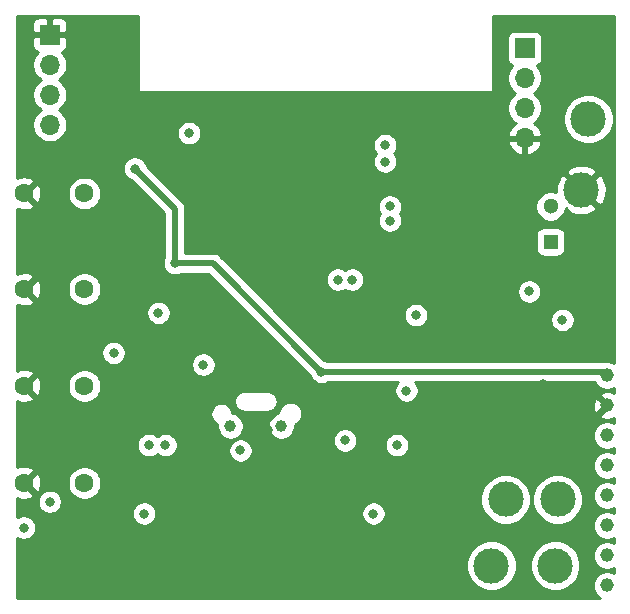
<source format=gbr>
%TF.GenerationSoftware,KiCad,Pcbnew,(5.1.10)-1*%
%TF.CreationDate,2022-02-13T15:16:36-05:00*%
%TF.ProjectId,wristband,77726973-7462-4616-9e64-2e6b69636164,rev?*%
%TF.SameCoordinates,Original*%
%TF.FileFunction,Copper,L4,Bot*%
%TF.FilePolarity,Positive*%
%FSLAX46Y46*%
G04 Gerber Fmt 4.6, Leading zero omitted, Abs format (unit mm)*
G04 Created by KiCad (PCBNEW (5.1.10)-1) date 2022-02-13 15:16:36*
%MOMM*%
%LPD*%
G01*
G04 APERTURE LIST*
%TA.AperFunction,ComponentPad*%
%ADD10C,3.000000*%
%TD*%
%TA.AperFunction,ComponentPad*%
%ADD11C,1.000000*%
%TD*%
%TA.AperFunction,ComponentPad*%
%ADD12C,1.150000*%
%TD*%
%TA.AperFunction,ComponentPad*%
%ADD13O,1.700000X1.700000*%
%TD*%
%TA.AperFunction,ComponentPad*%
%ADD14R,1.700000X1.700000*%
%TD*%
%TA.AperFunction,ComponentPad*%
%ADD15C,1.300000*%
%TD*%
%TA.AperFunction,ComponentPad*%
%ADD16R,1.200000X1.200000*%
%TD*%
%TA.AperFunction,ComponentPad*%
%ADD17C,1.600000*%
%TD*%
%TA.AperFunction,ViaPad*%
%ADD18C,0.800000*%
%TD*%
%TA.AperFunction,Conductor*%
%ADD19C,0.500000*%
%TD*%
%TA.AperFunction,Conductor*%
%ADD20C,0.254000*%
%TD*%
%TA.AperFunction,Conductor*%
%ADD21C,0.100000*%
%TD*%
G04 APERTURE END LIST*
D10*
%TO.P,TP6,1*%
%TO.N,+3V3*%
X135000000Y-75000000D03*
%TD*%
%TO.P,TP5,1*%
%TO.N,-BATT*%
X126800000Y-112800000D03*
%TD*%
%TO.P,TP4,1*%
%TO.N,+BATT*%
X132400000Y-107200000D03*
%TD*%
%TO.P,TP3,1*%
%TO.N,+1V8*%
X132200000Y-112800000D03*
%TD*%
%TO.P,TP2,1*%
%TO.N,BATT_OUT*%
X128000000Y-107200000D03*
%TD*%
%TO.P,TP1,1*%
%TO.N,GND*%
X134400000Y-81000000D03*
%TD*%
D11*
%TO.P,P1,P2*%
%TO.N,N/C*%
X109000000Y-101000000D03*
%TO.P,P1,P1*%
X104700000Y-101000000D03*
%TD*%
D12*
%TO.P,U9,4*%
%TO.N,SCL*%
X136600000Y-104330000D03*
%TO.P,U9,3*%
%TO.N,SDA*%
X136600000Y-101790000D03*
%TO.P,U9,2*%
%TO.N,GND*%
X136600000Y-99250000D03*
%TO.P,U9,1*%
%TO.N,+3V3*%
X136600000Y-96710000D03*
%TO.P,U9,5*%
%TO.N,N/C*%
X136600000Y-106870000D03*
%TO.P,U9,6*%
X136600000Y-109410000D03*
%TO.P,U9,7*%
X136600000Y-111950000D03*
%TO.P,U9,8*%
%TO.N,ACC_INT*%
X136600000Y-114490000D03*
%TD*%
D13*
%TO.P,J3,4*%
%TO.N,GND*%
X129600000Y-76620000D03*
%TO.P,J3,3*%
%TO.N,SCL*%
X129600000Y-74080000D03*
%TO.P,J3,2*%
%TO.N,SDA*%
X129600000Y-71540000D03*
D14*
%TO.P,J3,1*%
%TO.N,+1V8*%
X129600000Y-69000000D03*
%TD*%
D13*
%TO.P,J2,4*%
%TO.N,HLTH_INT*%
X89400000Y-75480000D03*
%TO.P,J2,3*%
%TO.N,N/C*%
X89400000Y-72940000D03*
%TO.P,J2,2*%
X89400000Y-70400000D03*
D14*
%TO.P,J2,1*%
%TO.N,GND*%
X89400000Y-67860000D03*
%TD*%
D15*
%TO.P,BT1,2*%
%TO.N,-BATT*%
X131800000Y-82400000D03*
D16*
%TO.P,BT1,1*%
%TO.N,Net-(BT1-Pad1)*%
X131800000Y-85400000D03*
%TD*%
D17*
%TO.P,SW1,1*%
%TO.N,GND*%
X87260000Y-89400000D03*
%TO.P,SW1,2*%
%TO.N,PB_2*%
X92340000Y-89400000D03*
%TD*%
%TO.P,SW2,2*%
%TO.N,PB_3*%
X92340000Y-97600000D03*
%TO.P,SW2,1*%
%TO.N,GND*%
X87260000Y-97600000D03*
%TD*%
%TO.P,SW3,1*%
%TO.N,GND*%
X87260000Y-81300000D03*
%TO.P,SW3,2*%
%TO.N,PB_1*%
X92340000Y-81300000D03*
%TD*%
%TO.P,SW4,2*%
%TO.N,IO_0*%
X92340000Y-105800000D03*
%TO.P,SW4,1*%
%TO.N,GND*%
X87260000Y-105800000D03*
%TD*%
D18*
%TO.N,+BATT*%
X114400000Y-102200000D03*
X119600000Y-98000000D03*
X130000000Y-89600000D03*
%TO.N,-BATT*%
X116800000Y-108400000D03*
X118800000Y-102600000D03*
%TO.N,+3V3*%
X100000000Y-87200000D03*
X112400000Y-96400000D03*
X87200000Y-109600000D03*
X96600000Y-79200000D03*
%TO.N,GND*%
X127000000Y-103800000D03*
X129800000Y-103000000D03*
X95600000Y-109800000D03*
X111400000Y-105600000D03*
X98600000Y-98800000D03*
X99600000Y-98800000D03*
X97600000Y-98800000D03*
X98600000Y-97800000D03*
X99600000Y-97800000D03*
X97600000Y-97800000D03*
X108800000Y-83000000D03*
X109800000Y-83000000D03*
X110800000Y-83000000D03*
X111800000Y-83000000D03*
X112800000Y-83000000D03*
X108800000Y-82000000D03*
X109800000Y-82000000D03*
X110800000Y-82000000D03*
X111800000Y-82000000D03*
X112800000Y-82000000D03*
X108800000Y-81000000D03*
X109800000Y-81000000D03*
X110800000Y-81000000D03*
X111800000Y-81000000D03*
X112800000Y-81000000D03*
X108800000Y-80000000D03*
X109800000Y-80000000D03*
X110800000Y-80000000D03*
X111800000Y-80000000D03*
X112800000Y-80000000D03*
X112800000Y-79000000D03*
X111800000Y-79000000D03*
X110800000Y-79000000D03*
X109800000Y-79000000D03*
X108800000Y-79000000D03*
X97600000Y-96800000D03*
X98600000Y-96800000D03*
X99600000Y-96800000D03*
X102800000Y-92400000D03*
X120000000Y-112200000D03*
X131200000Y-97400000D03*
X119600000Y-93400000D03*
X107900000Y-101300000D03*
X102000000Y-102400000D03*
X100200000Y-80400000D03*
X129800000Y-110300000D03*
%TO.N,+1V8*%
X132800000Y-92000000D03*
%TO.N,IO_0*%
X120400000Y-91600000D03*
X97400000Y-108400000D03*
%TO.N,/BMS/VBUS*%
X94800000Y-94800000D03*
X105550000Y-103050000D03*
%TO.N,HLTH_INT*%
X118200000Y-82400000D03*
%TO.N,SDA*%
X113800000Y-88600000D03*
%TO.N,SCL*%
X115000000Y-88600000D03*
%TO.N,ACC_INT*%
X118200000Y-83600000D03*
%TO.N,EN*%
X89400000Y-107400000D03*
X101200000Y-76200000D03*
%TO.N,Net-(R2-Pad1)*%
X98600000Y-91400000D03*
X102400000Y-95800000D03*
%TO.N,TXD*%
X99200000Y-102600000D03*
X117800000Y-78600000D03*
%TO.N,RXD*%
X97800000Y-102600000D03*
X117800000Y-77200000D03*
%TD*%
D19*
%TO.N,+3V3*%
X136290000Y-96400000D02*
X136600000Y-96710000D01*
X112400000Y-96400000D02*
X136290000Y-96400000D01*
X100000000Y-82600000D02*
X96600000Y-79200000D01*
X100000000Y-87200000D02*
X100000000Y-82600000D01*
X103200000Y-87200000D02*
X112400000Y-96400000D01*
X100000000Y-87200000D02*
X103200000Y-87200000D01*
%TO.N,GND*%
X99600000Y-95600000D02*
X102800000Y-92400000D01*
X99600000Y-96800000D02*
X99600000Y-95600000D01*
%TD*%
D20*
%TO.N,GND*%
X96873000Y-72600000D02*
X96875440Y-72624776D01*
X96882667Y-72648601D01*
X96894403Y-72670557D01*
X96910197Y-72689803D01*
X96929443Y-72705597D01*
X96951399Y-72717333D01*
X96975224Y-72724560D01*
X97000000Y-72727000D01*
X126800000Y-72727000D01*
X126824776Y-72724560D01*
X126848601Y-72717333D01*
X126870557Y-72705597D01*
X126889803Y-72689803D01*
X126905597Y-72670557D01*
X126917333Y-72648601D01*
X126924560Y-72624776D01*
X126927000Y-72600000D01*
X126927000Y-68150000D01*
X128111928Y-68150000D01*
X128111928Y-69850000D01*
X128124188Y-69974482D01*
X128160498Y-70094180D01*
X128219463Y-70204494D01*
X128298815Y-70301185D01*
X128395506Y-70380537D01*
X128505820Y-70439502D01*
X128578380Y-70461513D01*
X128446525Y-70593368D01*
X128284010Y-70836589D01*
X128172068Y-71106842D01*
X128115000Y-71393740D01*
X128115000Y-71686260D01*
X128172068Y-71973158D01*
X128284010Y-72243411D01*
X128446525Y-72486632D01*
X128653368Y-72693475D01*
X128827760Y-72810000D01*
X128653368Y-72926525D01*
X128446525Y-73133368D01*
X128284010Y-73376589D01*
X128172068Y-73646842D01*
X128115000Y-73933740D01*
X128115000Y-74226260D01*
X128172068Y-74513158D01*
X128284010Y-74783411D01*
X128446525Y-75026632D01*
X128653368Y-75233475D01*
X128835534Y-75355195D01*
X128718645Y-75424822D01*
X128502412Y-75619731D01*
X128328359Y-75853080D01*
X128203175Y-76115901D01*
X128158524Y-76263110D01*
X128279845Y-76493000D01*
X129473000Y-76493000D01*
X129473000Y-76473000D01*
X129727000Y-76473000D01*
X129727000Y-76493000D01*
X130920155Y-76493000D01*
X131041476Y-76263110D01*
X130996825Y-76115901D01*
X130871641Y-75853080D01*
X130697588Y-75619731D01*
X130481355Y-75424822D01*
X130364466Y-75355195D01*
X130546632Y-75233475D01*
X130753475Y-75026632D01*
X130911773Y-74789721D01*
X132865000Y-74789721D01*
X132865000Y-75210279D01*
X132947047Y-75622756D01*
X133107988Y-76011302D01*
X133341637Y-76360983D01*
X133639017Y-76658363D01*
X133988698Y-76892012D01*
X134377244Y-77052953D01*
X134789721Y-77135000D01*
X135210279Y-77135000D01*
X135622756Y-77052953D01*
X136011302Y-76892012D01*
X136360983Y-76658363D01*
X136658363Y-76360983D01*
X136892012Y-76011302D01*
X137052953Y-75622756D01*
X137135000Y-75210279D01*
X137135000Y-74789721D01*
X137052953Y-74377244D01*
X136892012Y-73988698D01*
X136658363Y-73639017D01*
X136360983Y-73341637D01*
X136011302Y-73107988D01*
X135622756Y-72947047D01*
X135210279Y-72865000D01*
X134789721Y-72865000D01*
X134377244Y-72947047D01*
X133988698Y-73107988D01*
X133639017Y-73341637D01*
X133341637Y-73639017D01*
X133107988Y-73988698D01*
X132947047Y-74377244D01*
X132865000Y-74789721D01*
X130911773Y-74789721D01*
X130915990Y-74783411D01*
X131027932Y-74513158D01*
X131085000Y-74226260D01*
X131085000Y-73933740D01*
X131027932Y-73646842D01*
X130915990Y-73376589D01*
X130753475Y-73133368D01*
X130546632Y-72926525D01*
X130372240Y-72810000D01*
X130546632Y-72693475D01*
X130753475Y-72486632D01*
X130915990Y-72243411D01*
X131027932Y-71973158D01*
X131085000Y-71686260D01*
X131085000Y-71393740D01*
X131027932Y-71106842D01*
X130915990Y-70836589D01*
X130753475Y-70593368D01*
X130621620Y-70461513D01*
X130694180Y-70439502D01*
X130804494Y-70380537D01*
X130901185Y-70301185D01*
X130980537Y-70204494D01*
X131039502Y-70094180D01*
X131075812Y-69974482D01*
X131088072Y-69850000D01*
X131088072Y-68150000D01*
X131075812Y-68025518D01*
X131039502Y-67905820D01*
X130980537Y-67795506D01*
X130901185Y-67698815D01*
X130804494Y-67619463D01*
X130694180Y-67560498D01*
X130574482Y-67524188D01*
X130450000Y-67511928D01*
X128750000Y-67511928D01*
X128625518Y-67524188D01*
X128505820Y-67560498D01*
X128395506Y-67619463D01*
X128298815Y-67698815D01*
X128219463Y-67795506D01*
X128160498Y-67905820D01*
X128124188Y-68025518D01*
X128111928Y-68150000D01*
X126927000Y-68150000D01*
X126927000Y-66260000D01*
X137140000Y-66260000D01*
X137140001Y-95623981D01*
X136952944Y-95546499D01*
X136719175Y-95500000D01*
X136480825Y-95500000D01*
X136381591Y-95519739D01*
X136333477Y-95515000D01*
X136333469Y-95515000D01*
X136290000Y-95510719D01*
X136246531Y-95515000D01*
X112938454Y-95515000D01*
X112890256Y-95482795D01*
X112701898Y-95404774D01*
X112645044Y-95393465D01*
X108749640Y-91498061D01*
X119365000Y-91498061D01*
X119365000Y-91701939D01*
X119404774Y-91901898D01*
X119482795Y-92090256D01*
X119596063Y-92259774D01*
X119740226Y-92403937D01*
X119909744Y-92517205D01*
X120098102Y-92595226D01*
X120298061Y-92635000D01*
X120501939Y-92635000D01*
X120701898Y-92595226D01*
X120890256Y-92517205D01*
X121059774Y-92403937D01*
X121203937Y-92259774D01*
X121317205Y-92090256D01*
X121395226Y-91901898D01*
X121395989Y-91898061D01*
X131765000Y-91898061D01*
X131765000Y-92101939D01*
X131804774Y-92301898D01*
X131882795Y-92490256D01*
X131996063Y-92659774D01*
X132140226Y-92803937D01*
X132309744Y-92917205D01*
X132498102Y-92995226D01*
X132698061Y-93035000D01*
X132901939Y-93035000D01*
X133101898Y-92995226D01*
X133290256Y-92917205D01*
X133459774Y-92803937D01*
X133603937Y-92659774D01*
X133717205Y-92490256D01*
X133795226Y-92301898D01*
X133835000Y-92101939D01*
X133835000Y-91898061D01*
X133795226Y-91698102D01*
X133717205Y-91509744D01*
X133603937Y-91340226D01*
X133459774Y-91196063D01*
X133290256Y-91082795D01*
X133101898Y-91004774D01*
X132901939Y-90965000D01*
X132698061Y-90965000D01*
X132498102Y-91004774D01*
X132309744Y-91082795D01*
X132140226Y-91196063D01*
X131996063Y-91340226D01*
X131882795Y-91509744D01*
X131804774Y-91698102D01*
X131765000Y-91898061D01*
X121395989Y-91898061D01*
X121435000Y-91701939D01*
X121435000Y-91498061D01*
X121395226Y-91298102D01*
X121317205Y-91109744D01*
X121203937Y-90940226D01*
X121059774Y-90796063D01*
X120890256Y-90682795D01*
X120701898Y-90604774D01*
X120501939Y-90565000D01*
X120298061Y-90565000D01*
X120098102Y-90604774D01*
X119909744Y-90682795D01*
X119740226Y-90796063D01*
X119596063Y-90940226D01*
X119482795Y-91109744D01*
X119404774Y-91298102D01*
X119365000Y-91498061D01*
X108749640Y-91498061D01*
X105749640Y-88498061D01*
X112765000Y-88498061D01*
X112765000Y-88701939D01*
X112804774Y-88901898D01*
X112882795Y-89090256D01*
X112996063Y-89259774D01*
X113140226Y-89403937D01*
X113309744Y-89517205D01*
X113498102Y-89595226D01*
X113698061Y-89635000D01*
X113901939Y-89635000D01*
X114101898Y-89595226D01*
X114290256Y-89517205D01*
X114400000Y-89443877D01*
X114509744Y-89517205D01*
X114698102Y-89595226D01*
X114898061Y-89635000D01*
X115101939Y-89635000D01*
X115301898Y-89595226D01*
X115490256Y-89517205D01*
X115518907Y-89498061D01*
X128965000Y-89498061D01*
X128965000Y-89701939D01*
X129004774Y-89901898D01*
X129082795Y-90090256D01*
X129196063Y-90259774D01*
X129340226Y-90403937D01*
X129509744Y-90517205D01*
X129698102Y-90595226D01*
X129898061Y-90635000D01*
X130101939Y-90635000D01*
X130301898Y-90595226D01*
X130490256Y-90517205D01*
X130659774Y-90403937D01*
X130803937Y-90259774D01*
X130917205Y-90090256D01*
X130995226Y-89901898D01*
X131035000Y-89701939D01*
X131035000Y-89498061D01*
X130995226Y-89298102D01*
X130917205Y-89109744D01*
X130803937Y-88940226D01*
X130659774Y-88796063D01*
X130490256Y-88682795D01*
X130301898Y-88604774D01*
X130101939Y-88565000D01*
X129898061Y-88565000D01*
X129698102Y-88604774D01*
X129509744Y-88682795D01*
X129340226Y-88796063D01*
X129196063Y-88940226D01*
X129082795Y-89109744D01*
X129004774Y-89298102D01*
X128965000Y-89498061D01*
X115518907Y-89498061D01*
X115659774Y-89403937D01*
X115803937Y-89259774D01*
X115917205Y-89090256D01*
X115995226Y-88901898D01*
X116035000Y-88701939D01*
X116035000Y-88498061D01*
X115995226Y-88298102D01*
X115917205Y-88109744D01*
X115803937Y-87940226D01*
X115659774Y-87796063D01*
X115490256Y-87682795D01*
X115301898Y-87604774D01*
X115101939Y-87565000D01*
X114898061Y-87565000D01*
X114698102Y-87604774D01*
X114509744Y-87682795D01*
X114400000Y-87756123D01*
X114290256Y-87682795D01*
X114101898Y-87604774D01*
X113901939Y-87565000D01*
X113698061Y-87565000D01*
X113498102Y-87604774D01*
X113309744Y-87682795D01*
X113140226Y-87796063D01*
X112996063Y-87940226D01*
X112882795Y-88109744D01*
X112804774Y-88298102D01*
X112765000Y-88498061D01*
X105749640Y-88498061D01*
X103856534Y-86604956D01*
X103828817Y-86571183D01*
X103694059Y-86460589D01*
X103540313Y-86378411D01*
X103373490Y-86327805D01*
X103243477Y-86315000D01*
X103243469Y-86315000D01*
X103200000Y-86310719D01*
X103156531Y-86315000D01*
X100885000Y-86315000D01*
X100885000Y-84800000D01*
X130561928Y-84800000D01*
X130561928Y-86000000D01*
X130574188Y-86124482D01*
X130610498Y-86244180D01*
X130669463Y-86354494D01*
X130748815Y-86451185D01*
X130845506Y-86530537D01*
X130955820Y-86589502D01*
X131075518Y-86625812D01*
X131200000Y-86638072D01*
X132400000Y-86638072D01*
X132524482Y-86625812D01*
X132644180Y-86589502D01*
X132754494Y-86530537D01*
X132851185Y-86451185D01*
X132930537Y-86354494D01*
X132989502Y-86244180D01*
X133025812Y-86124482D01*
X133038072Y-86000000D01*
X133038072Y-84800000D01*
X133025812Y-84675518D01*
X132989502Y-84555820D01*
X132930537Y-84445506D01*
X132851185Y-84348815D01*
X132754494Y-84269463D01*
X132644180Y-84210498D01*
X132524482Y-84174188D01*
X132400000Y-84161928D01*
X131200000Y-84161928D01*
X131075518Y-84174188D01*
X130955820Y-84210498D01*
X130845506Y-84269463D01*
X130748815Y-84348815D01*
X130669463Y-84445506D01*
X130610498Y-84555820D01*
X130574188Y-84675518D01*
X130561928Y-84800000D01*
X100885000Y-84800000D01*
X100885000Y-82643465D01*
X100889281Y-82599999D01*
X100885000Y-82556533D01*
X100885000Y-82556523D01*
X100872195Y-82426510D01*
X100833230Y-82298061D01*
X117165000Y-82298061D01*
X117165000Y-82501939D01*
X117204774Y-82701898D01*
X117282795Y-82890256D01*
X117356123Y-83000000D01*
X117282795Y-83109744D01*
X117204774Y-83298102D01*
X117165000Y-83498061D01*
X117165000Y-83701939D01*
X117204774Y-83901898D01*
X117282795Y-84090256D01*
X117396063Y-84259774D01*
X117540226Y-84403937D01*
X117709744Y-84517205D01*
X117898102Y-84595226D01*
X118098061Y-84635000D01*
X118301939Y-84635000D01*
X118501898Y-84595226D01*
X118690256Y-84517205D01*
X118859774Y-84403937D01*
X119003937Y-84259774D01*
X119117205Y-84090256D01*
X119195226Y-83901898D01*
X119235000Y-83701939D01*
X119235000Y-83498061D01*
X119195226Y-83298102D01*
X119117205Y-83109744D01*
X119043877Y-83000000D01*
X119117205Y-82890256D01*
X119195226Y-82701898D01*
X119235000Y-82501939D01*
X119235000Y-82298061D01*
X119230103Y-82273439D01*
X130515000Y-82273439D01*
X130515000Y-82526561D01*
X130564381Y-82774821D01*
X130661247Y-83008676D01*
X130801875Y-83219140D01*
X130980860Y-83398125D01*
X131191324Y-83538753D01*
X131425179Y-83635619D01*
X131673439Y-83685000D01*
X131926561Y-83685000D01*
X132174821Y-83635619D01*
X132408676Y-83538753D01*
X132619140Y-83398125D01*
X132798125Y-83219140D01*
X132938753Y-83008676D01*
X133035619Y-82774821D01*
X133085000Y-82526561D01*
X133085000Y-82494608D01*
X133087953Y-82491655D01*
X133243962Y-82807214D01*
X133618745Y-82998020D01*
X134023551Y-83112044D01*
X134442824Y-83144902D01*
X134860451Y-83095334D01*
X135260383Y-82965243D01*
X135556038Y-82807214D01*
X135712048Y-82491653D01*
X134400000Y-81179605D01*
X134385858Y-81193748D01*
X134206253Y-81014143D01*
X134220395Y-81000000D01*
X134579605Y-81000000D01*
X135891653Y-82312048D01*
X136207214Y-82156038D01*
X136398020Y-81781255D01*
X136512044Y-81376449D01*
X136544902Y-80957176D01*
X136495334Y-80539549D01*
X136365243Y-80139617D01*
X136207214Y-79843962D01*
X135891653Y-79687952D01*
X134579605Y-81000000D01*
X134220395Y-81000000D01*
X132908347Y-79687952D01*
X132592786Y-79843962D01*
X132401980Y-80218745D01*
X132287956Y-80623551D01*
X132255098Y-81042824D01*
X132274422Y-81205637D01*
X132174821Y-81164381D01*
X131926561Y-81115000D01*
X131673439Y-81115000D01*
X131425179Y-81164381D01*
X131191324Y-81261247D01*
X130980860Y-81401875D01*
X130801875Y-81580860D01*
X130661247Y-81791324D01*
X130564381Y-82025179D01*
X130515000Y-82273439D01*
X119230103Y-82273439D01*
X119195226Y-82098102D01*
X119117205Y-81909744D01*
X119003937Y-81740226D01*
X118859774Y-81596063D01*
X118690256Y-81482795D01*
X118501898Y-81404774D01*
X118301939Y-81365000D01*
X118098061Y-81365000D01*
X117898102Y-81404774D01*
X117709744Y-81482795D01*
X117540226Y-81596063D01*
X117396063Y-81740226D01*
X117282795Y-81909744D01*
X117204774Y-82098102D01*
X117165000Y-82298061D01*
X100833230Y-82298061D01*
X100821589Y-82259687D01*
X100739411Y-82105941D01*
X100628817Y-81971183D01*
X100595049Y-81943470D01*
X97606535Y-78954957D01*
X97595226Y-78898102D01*
X97517205Y-78709744D01*
X97403937Y-78540226D01*
X97259774Y-78396063D01*
X97090256Y-78282795D01*
X96901898Y-78204774D01*
X96701939Y-78165000D01*
X96498061Y-78165000D01*
X96298102Y-78204774D01*
X96109744Y-78282795D01*
X95940226Y-78396063D01*
X95796063Y-78540226D01*
X95682795Y-78709744D01*
X95604774Y-78898102D01*
X95565000Y-79098061D01*
X95565000Y-79301939D01*
X95604774Y-79501898D01*
X95682795Y-79690256D01*
X95796063Y-79859774D01*
X95940226Y-80003937D01*
X96109744Y-80117205D01*
X96298102Y-80195226D01*
X96354957Y-80206535D01*
X99115001Y-82966580D01*
X99115000Y-86661545D01*
X99082795Y-86709744D01*
X99004774Y-86898102D01*
X98965000Y-87098061D01*
X98965000Y-87301939D01*
X99004774Y-87501898D01*
X99082795Y-87690256D01*
X99196063Y-87859774D01*
X99340226Y-88003937D01*
X99509744Y-88117205D01*
X99698102Y-88195226D01*
X99898061Y-88235000D01*
X100101939Y-88235000D01*
X100301898Y-88195226D01*
X100490256Y-88117205D01*
X100538454Y-88085000D01*
X102833422Y-88085000D01*
X111393465Y-96645044D01*
X111404774Y-96701898D01*
X111482795Y-96890256D01*
X111596063Y-97059774D01*
X111740226Y-97203937D01*
X111909744Y-97317205D01*
X112098102Y-97395226D01*
X112298061Y-97435000D01*
X112501939Y-97435000D01*
X112701898Y-97395226D01*
X112890256Y-97317205D01*
X112938454Y-97285000D01*
X118851289Y-97285000D01*
X118796063Y-97340226D01*
X118682795Y-97509744D01*
X118604774Y-97698102D01*
X118565000Y-97898061D01*
X118565000Y-98101939D01*
X118604774Y-98301898D01*
X118682795Y-98490256D01*
X118796063Y-98659774D01*
X118940226Y-98803937D01*
X119109744Y-98917205D01*
X119298102Y-98995226D01*
X119498061Y-99035000D01*
X119701939Y-99035000D01*
X119901898Y-98995226D01*
X120090256Y-98917205D01*
X120259774Y-98803937D01*
X120403937Y-98659774D01*
X120517205Y-98490256D01*
X120595226Y-98301898D01*
X120635000Y-98101939D01*
X120635000Y-97898061D01*
X120595226Y-97698102D01*
X120517205Y-97509744D01*
X120403937Y-97340226D01*
X120348711Y-97285000D01*
X135528948Y-97285000D01*
X135660131Y-97481330D01*
X135828670Y-97649869D01*
X136026850Y-97782288D01*
X136247056Y-97873501D01*
X136480825Y-97920000D01*
X136719175Y-97920000D01*
X136952944Y-97873501D01*
X137140001Y-97796019D01*
X137140001Y-98166264D01*
X136990911Y-98098699D01*
X136758792Y-98044558D01*
X136520571Y-98036742D01*
X136285402Y-98075550D01*
X136062323Y-98159491D01*
X135991993Y-98197084D01*
X135947731Y-98418126D01*
X136600000Y-99070395D01*
X136614143Y-99056253D01*
X136793748Y-99235858D01*
X136779605Y-99250000D01*
X136793748Y-99264143D01*
X136614143Y-99443748D01*
X136600000Y-99429605D01*
X135947731Y-100081874D01*
X135991993Y-100302916D01*
X136209089Y-100401301D01*
X136441208Y-100455442D01*
X136679429Y-100463258D01*
X136914598Y-100424450D01*
X137137677Y-100340509D01*
X137140001Y-100339267D01*
X137140001Y-100703981D01*
X136952944Y-100626499D01*
X136719175Y-100580000D01*
X136480825Y-100580000D01*
X136247056Y-100626499D01*
X136026850Y-100717712D01*
X135828670Y-100850131D01*
X135660131Y-101018670D01*
X135527712Y-101216850D01*
X135436499Y-101437056D01*
X135390000Y-101670825D01*
X135390000Y-101909175D01*
X135436499Y-102142944D01*
X135527712Y-102363150D01*
X135660131Y-102561330D01*
X135828670Y-102729869D01*
X136026850Y-102862288D01*
X136247056Y-102953501D01*
X136480825Y-103000000D01*
X136719175Y-103000000D01*
X136952944Y-102953501D01*
X137140001Y-102876019D01*
X137140001Y-103243981D01*
X136952944Y-103166499D01*
X136719175Y-103120000D01*
X136480825Y-103120000D01*
X136247056Y-103166499D01*
X136026850Y-103257712D01*
X135828670Y-103390131D01*
X135660131Y-103558670D01*
X135527712Y-103756850D01*
X135436499Y-103977056D01*
X135390000Y-104210825D01*
X135390000Y-104449175D01*
X135436499Y-104682944D01*
X135527712Y-104903150D01*
X135660131Y-105101330D01*
X135828670Y-105269869D01*
X136026850Y-105402288D01*
X136247056Y-105493501D01*
X136480825Y-105540000D01*
X136719175Y-105540000D01*
X136952944Y-105493501D01*
X137140001Y-105416019D01*
X137140001Y-105783981D01*
X136952944Y-105706499D01*
X136719175Y-105660000D01*
X136480825Y-105660000D01*
X136247056Y-105706499D01*
X136026850Y-105797712D01*
X135828670Y-105930131D01*
X135660131Y-106098670D01*
X135527712Y-106296850D01*
X135436499Y-106517056D01*
X135390000Y-106750825D01*
X135390000Y-106989175D01*
X135436499Y-107222944D01*
X135527712Y-107443150D01*
X135660131Y-107641330D01*
X135828670Y-107809869D01*
X136026850Y-107942288D01*
X136247056Y-108033501D01*
X136480825Y-108080000D01*
X136719175Y-108080000D01*
X136952944Y-108033501D01*
X137140001Y-107956019D01*
X137140001Y-108323981D01*
X136952944Y-108246499D01*
X136719175Y-108200000D01*
X136480825Y-108200000D01*
X136247056Y-108246499D01*
X136026850Y-108337712D01*
X135828670Y-108470131D01*
X135660131Y-108638670D01*
X135527712Y-108836850D01*
X135436499Y-109057056D01*
X135390000Y-109290825D01*
X135390000Y-109529175D01*
X135436499Y-109762944D01*
X135527712Y-109983150D01*
X135660131Y-110181330D01*
X135828670Y-110349869D01*
X136026850Y-110482288D01*
X136247056Y-110573501D01*
X136480825Y-110620000D01*
X136719175Y-110620000D01*
X136952944Y-110573501D01*
X137140001Y-110496019D01*
X137140001Y-110863981D01*
X136952944Y-110786499D01*
X136719175Y-110740000D01*
X136480825Y-110740000D01*
X136247056Y-110786499D01*
X136026850Y-110877712D01*
X135828670Y-111010131D01*
X135660131Y-111178670D01*
X135527712Y-111376850D01*
X135436499Y-111597056D01*
X135390000Y-111830825D01*
X135390000Y-112069175D01*
X135436499Y-112302944D01*
X135527712Y-112523150D01*
X135660131Y-112721330D01*
X135828670Y-112889869D01*
X136026850Y-113022288D01*
X136247056Y-113113501D01*
X136480825Y-113160000D01*
X136719175Y-113160000D01*
X136952944Y-113113501D01*
X137140001Y-113036019D01*
X137140001Y-113403981D01*
X136952944Y-113326499D01*
X136719175Y-113280000D01*
X136480825Y-113280000D01*
X136247056Y-113326499D01*
X136026850Y-113417712D01*
X135828670Y-113550131D01*
X135660131Y-113718670D01*
X135527712Y-113916850D01*
X135436499Y-114137056D01*
X135390000Y-114370825D01*
X135390000Y-114609175D01*
X135436499Y-114842944D01*
X135527712Y-115063150D01*
X135660131Y-115261330D01*
X135828670Y-115429869D01*
X135993493Y-115540000D01*
X86660000Y-115540000D01*
X86660000Y-112589721D01*
X124665000Y-112589721D01*
X124665000Y-113010279D01*
X124747047Y-113422756D01*
X124907988Y-113811302D01*
X125141637Y-114160983D01*
X125439017Y-114458363D01*
X125788698Y-114692012D01*
X126177244Y-114852953D01*
X126589721Y-114935000D01*
X127010279Y-114935000D01*
X127422756Y-114852953D01*
X127811302Y-114692012D01*
X128160983Y-114458363D01*
X128458363Y-114160983D01*
X128692012Y-113811302D01*
X128852953Y-113422756D01*
X128935000Y-113010279D01*
X128935000Y-112589721D01*
X130065000Y-112589721D01*
X130065000Y-113010279D01*
X130147047Y-113422756D01*
X130307988Y-113811302D01*
X130541637Y-114160983D01*
X130839017Y-114458363D01*
X131188698Y-114692012D01*
X131577244Y-114852953D01*
X131989721Y-114935000D01*
X132410279Y-114935000D01*
X132822756Y-114852953D01*
X133211302Y-114692012D01*
X133560983Y-114458363D01*
X133858363Y-114160983D01*
X134092012Y-113811302D01*
X134252953Y-113422756D01*
X134335000Y-113010279D01*
X134335000Y-112589721D01*
X134252953Y-112177244D01*
X134092012Y-111788698D01*
X133858363Y-111439017D01*
X133560983Y-111141637D01*
X133211302Y-110907988D01*
X132822756Y-110747047D01*
X132410279Y-110665000D01*
X131989721Y-110665000D01*
X131577244Y-110747047D01*
X131188698Y-110907988D01*
X130839017Y-111141637D01*
X130541637Y-111439017D01*
X130307988Y-111788698D01*
X130147047Y-112177244D01*
X130065000Y-112589721D01*
X128935000Y-112589721D01*
X128852953Y-112177244D01*
X128692012Y-111788698D01*
X128458363Y-111439017D01*
X128160983Y-111141637D01*
X127811302Y-110907988D01*
X127422756Y-110747047D01*
X127010279Y-110665000D01*
X126589721Y-110665000D01*
X126177244Y-110747047D01*
X125788698Y-110907988D01*
X125439017Y-111141637D01*
X125141637Y-111439017D01*
X124907988Y-111788698D01*
X124747047Y-112177244D01*
X124665000Y-112589721D01*
X86660000Y-112589721D01*
X86660000Y-110483967D01*
X86709744Y-110517205D01*
X86898102Y-110595226D01*
X87098061Y-110635000D01*
X87301939Y-110635000D01*
X87501898Y-110595226D01*
X87690256Y-110517205D01*
X87859774Y-110403937D01*
X88003937Y-110259774D01*
X88117205Y-110090256D01*
X88195226Y-109901898D01*
X88235000Y-109701939D01*
X88235000Y-109498061D01*
X88195226Y-109298102D01*
X88117205Y-109109744D01*
X88003937Y-108940226D01*
X87859774Y-108796063D01*
X87690256Y-108682795D01*
X87501898Y-108604774D01*
X87301939Y-108565000D01*
X87098061Y-108565000D01*
X86898102Y-108604774D01*
X86709744Y-108682795D01*
X86660000Y-108716033D01*
X86660000Y-107298061D01*
X88365000Y-107298061D01*
X88365000Y-107501939D01*
X88404774Y-107701898D01*
X88482795Y-107890256D01*
X88596063Y-108059774D01*
X88740226Y-108203937D01*
X88909744Y-108317205D01*
X89098102Y-108395226D01*
X89298061Y-108435000D01*
X89501939Y-108435000D01*
X89701898Y-108395226D01*
X89890256Y-108317205D01*
X89918907Y-108298061D01*
X96365000Y-108298061D01*
X96365000Y-108501939D01*
X96404774Y-108701898D01*
X96482795Y-108890256D01*
X96596063Y-109059774D01*
X96740226Y-109203937D01*
X96909744Y-109317205D01*
X97098102Y-109395226D01*
X97298061Y-109435000D01*
X97501939Y-109435000D01*
X97701898Y-109395226D01*
X97890256Y-109317205D01*
X98059774Y-109203937D01*
X98203937Y-109059774D01*
X98317205Y-108890256D01*
X98395226Y-108701898D01*
X98435000Y-108501939D01*
X98435000Y-108298061D01*
X115765000Y-108298061D01*
X115765000Y-108501939D01*
X115804774Y-108701898D01*
X115882795Y-108890256D01*
X115996063Y-109059774D01*
X116140226Y-109203937D01*
X116309744Y-109317205D01*
X116498102Y-109395226D01*
X116698061Y-109435000D01*
X116901939Y-109435000D01*
X117101898Y-109395226D01*
X117290256Y-109317205D01*
X117459774Y-109203937D01*
X117603937Y-109059774D01*
X117717205Y-108890256D01*
X117795226Y-108701898D01*
X117835000Y-108501939D01*
X117835000Y-108298061D01*
X117795226Y-108098102D01*
X117717205Y-107909744D01*
X117603937Y-107740226D01*
X117459774Y-107596063D01*
X117290256Y-107482795D01*
X117101898Y-107404774D01*
X116901939Y-107365000D01*
X116698061Y-107365000D01*
X116498102Y-107404774D01*
X116309744Y-107482795D01*
X116140226Y-107596063D01*
X115996063Y-107740226D01*
X115882795Y-107909744D01*
X115804774Y-108098102D01*
X115765000Y-108298061D01*
X98435000Y-108298061D01*
X98395226Y-108098102D01*
X98317205Y-107909744D01*
X98203937Y-107740226D01*
X98059774Y-107596063D01*
X97890256Y-107482795D01*
X97701898Y-107404774D01*
X97501939Y-107365000D01*
X97298061Y-107365000D01*
X97098102Y-107404774D01*
X96909744Y-107482795D01*
X96740226Y-107596063D01*
X96596063Y-107740226D01*
X96482795Y-107909744D01*
X96404774Y-108098102D01*
X96365000Y-108298061D01*
X89918907Y-108298061D01*
X90059774Y-108203937D01*
X90203937Y-108059774D01*
X90317205Y-107890256D01*
X90395226Y-107701898D01*
X90435000Y-107501939D01*
X90435000Y-107298061D01*
X90395226Y-107098102D01*
X90317205Y-106909744D01*
X90203937Y-106740226D01*
X90059774Y-106596063D01*
X89890256Y-106482795D01*
X89701898Y-106404774D01*
X89501939Y-106365000D01*
X89298061Y-106365000D01*
X89098102Y-106404774D01*
X88909744Y-106482795D01*
X88740226Y-106596063D01*
X88596063Y-106740226D01*
X88482795Y-106909744D01*
X88404774Y-107098102D01*
X88365000Y-107298061D01*
X86660000Y-107298061D01*
X86660000Y-107103631D01*
X86773996Y-107157571D01*
X87048184Y-107226300D01*
X87330512Y-107240217D01*
X87610130Y-107198787D01*
X87876292Y-107103603D01*
X88001514Y-107036671D01*
X88073097Y-106792702D01*
X87260000Y-105979605D01*
X87245858Y-105993748D01*
X87066253Y-105814143D01*
X87080395Y-105800000D01*
X87439605Y-105800000D01*
X88252702Y-106613097D01*
X88496671Y-106541514D01*
X88617571Y-106286004D01*
X88686300Y-106011816D01*
X88700217Y-105729488D01*
X88689724Y-105658665D01*
X90905000Y-105658665D01*
X90905000Y-105941335D01*
X90960147Y-106218574D01*
X91068320Y-106479727D01*
X91225363Y-106714759D01*
X91425241Y-106914637D01*
X91660273Y-107071680D01*
X91921426Y-107179853D01*
X92198665Y-107235000D01*
X92481335Y-107235000D01*
X92758574Y-107179853D01*
X93019727Y-107071680D01*
X93142387Y-106989721D01*
X125865000Y-106989721D01*
X125865000Y-107410279D01*
X125947047Y-107822756D01*
X126107988Y-108211302D01*
X126341637Y-108560983D01*
X126639017Y-108858363D01*
X126988698Y-109092012D01*
X127377244Y-109252953D01*
X127789721Y-109335000D01*
X128210279Y-109335000D01*
X128622756Y-109252953D01*
X129011302Y-109092012D01*
X129360983Y-108858363D01*
X129658363Y-108560983D01*
X129892012Y-108211302D01*
X130052953Y-107822756D01*
X130135000Y-107410279D01*
X130135000Y-106989721D01*
X130265000Y-106989721D01*
X130265000Y-107410279D01*
X130347047Y-107822756D01*
X130507988Y-108211302D01*
X130741637Y-108560983D01*
X131039017Y-108858363D01*
X131388698Y-109092012D01*
X131777244Y-109252953D01*
X132189721Y-109335000D01*
X132610279Y-109335000D01*
X133022756Y-109252953D01*
X133411302Y-109092012D01*
X133760983Y-108858363D01*
X134058363Y-108560983D01*
X134292012Y-108211302D01*
X134452953Y-107822756D01*
X134535000Y-107410279D01*
X134535000Y-106989721D01*
X134452953Y-106577244D01*
X134292012Y-106188698D01*
X134058363Y-105839017D01*
X133760983Y-105541637D01*
X133411302Y-105307988D01*
X133022756Y-105147047D01*
X132610279Y-105065000D01*
X132189721Y-105065000D01*
X131777244Y-105147047D01*
X131388698Y-105307988D01*
X131039017Y-105541637D01*
X130741637Y-105839017D01*
X130507988Y-106188698D01*
X130347047Y-106577244D01*
X130265000Y-106989721D01*
X130135000Y-106989721D01*
X130052953Y-106577244D01*
X129892012Y-106188698D01*
X129658363Y-105839017D01*
X129360983Y-105541637D01*
X129011302Y-105307988D01*
X128622756Y-105147047D01*
X128210279Y-105065000D01*
X127789721Y-105065000D01*
X127377244Y-105147047D01*
X126988698Y-105307988D01*
X126639017Y-105541637D01*
X126341637Y-105839017D01*
X126107988Y-106188698D01*
X125947047Y-106577244D01*
X125865000Y-106989721D01*
X93142387Y-106989721D01*
X93254759Y-106914637D01*
X93454637Y-106714759D01*
X93611680Y-106479727D01*
X93719853Y-106218574D01*
X93775000Y-105941335D01*
X93775000Y-105658665D01*
X93719853Y-105381426D01*
X93611680Y-105120273D01*
X93454637Y-104885241D01*
X93254759Y-104685363D01*
X93019727Y-104528320D01*
X92758574Y-104420147D01*
X92481335Y-104365000D01*
X92198665Y-104365000D01*
X91921426Y-104420147D01*
X91660273Y-104528320D01*
X91425241Y-104685363D01*
X91225363Y-104885241D01*
X91068320Y-105120273D01*
X90960147Y-105381426D01*
X90905000Y-105658665D01*
X88689724Y-105658665D01*
X88658787Y-105449870D01*
X88563603Y-105183708D01*
X88496671Y-105058486D01*
X88252702Y-104986903D01*
X87439605Y-105800000D01*
X87080395Y-105800000D01*
X87066253Y-105785858D01*
X87245858Y-105606253D01*
X87260000Y-105620395D01*
X88073097Y-104807298D01*
X88001514Y-104563329D01*
X87746004Y-104442429D01*
X87471816Y-104373700D01*
X87189488Y-104359783D01*
X86909870Y-104401213D01*
X86660000Y-104490571D01*
X86660000Y-102498061D01*
X96765000Y-102498061D01*
X96765000Y-102701939D01*
X96804774Y-102901898D01*
X96882795Y-103090256D01*
X96996063Y-103259774D01*
X97140226Y-103403937D01*
X97309744Y-103517205D01*
X97498102Y-103595226D01*
X97698061Y-103635000D01*
X97901939Y-103635000D01*
X98101898Y-103595226D01*
X98290256Y-103517205D01*
X98459774Y-103403937D01*
X98500000Y-103363711D01*
X98540226Y-103403937D01*
X98709744Y-103517205D01*
X98898102Y-103595226D01*
X99098061Y-103635000D01*
X99301939Y-103635000D01*
X99501898Y-103595226D01*
X99690256Y-103517205D01*
X99859774Y-103403937D01*
X100003937Y-103259774D01*
X100117205Y-103090256D01*
X100176104Y-102948061D01*
X104515000Y-102948061D01*
X104515000Y-103151939D01*
X104554774Y-103351898D01*
X104632795Y-103540256D01*
X104746063Y-103709774D01*
X104890226Y-103853937D01*
X105059744Y-103967205D01*
X105248102Y-104045226D01*
X105448061Y-104085000D01*
X105651939Y-104085000D01*
X105851898Y-104045226D01*
X106040256Y-103967205D01*
X106209774Y-103853937D01*
X106353937Y-103709774D01*
X106467205Y-103540256D01*
X106545226Y-103351898D01*
X106585000Y-103151939D01*
X106585000Y-102948061D01*
X106545226Y-102748102D01*
X106467205Y-102559744D01*
X106353937Y-102390226D01*
X106209774Y-102246063D01*
X106040256Y-102132795D01*
X105851898Y-102054774D01*
X105651939Y-102015000D01*
X105448061Y-102015000D01*
X105248102Y-102054774D01*
X105059744Y-102132795D01*
X104890226Y-102246063D01*
X104746063Y-102390226D01*
X104632795Y-102559744D01*
X104554774Y-102748102D01*
X104515000Y-102948061D01*
X100176104Y-102948061D01*
X100195226Y-102901898D01*
X100235000Y-102701939D01*
X100235000Y-102498061D01*
X100195226Y-102298102D01*
X100117205Y-102109744D01*
X100003937Y-101940226D01*
X99859774Y-101796063D01*
X99690256Y-101682795D01*
X99501898Y-101604774D01*
X99301939Y-101565000D01*
X99098061Y-101565000D01*
X98898102Y-101604774D01*
X98709744Y-101682795D01*
X98540226Y-101796063D01*
X98500000Y-101836289D01*
X98459774Y-101796063D01*
X98290256Y-101682795D01*
X98101898Y-101604774D01*
X97901939Y-101565000D01*
X97698061Y-101565000D01*
X97498102Y-101604774D01*
X97309744Y-101682795D01*
X97140226Y-101796063D01*
X96996063Y-101940226D01*
X96882795Y-102109744D01*
X96804774Y-102298102D01*
X96765000Y-102498061D01*
X86660000Y-102498061D01*
X86660000Y-99857911D01*
X102990000Y-99857911D01*
X102990000Y-100042089D01*
X103025932Y-100222729D01*
X103096414Y-100392889D01*
X103198738Y-100546028D01*
X103328972Y-100676262D01*
X103482111Y-100778586D01*
X103578837Y-100818651D01*
X103565000Y-100888212D01*
X103565000Y-101111788D01*
X103608617Y-101331067D01*
X103694176Y-101537624D01*
X103818388Y-101723520D01*
X103976480Y-101881612D01*
X104162376Y-102005824D01*
X104368933Y-102091383D01*
X104588212Y-102135000D01*
X104811788Y-102135000D01*
X105031067Y-102091383D01*
X105237624Y-102005824D01*
X105423520Y-101881612D01*
X105581612Y-101723520D01*
X105705824Y-101537624D01*
X105791383Y-101331067D01*
X105835000Y-101111788D01*
X105835000Y-100888212D01*
X107865000Y-100888212D01*
X107865000Y-101111788D01*
X107908617Y-101331067D01*
X107994176Y-101537624D01*
X108118388Y-101723520D01*
X108276480Y-101881612D01*
X108462376Y-102005824D01*
X108668933Y-102091383D01*
X108888212Y-102135000D01*
X109111788Y-102135000D01*
X109297494Y-102098061D01*
X113365000Y-102098061D01*
X113365000Y-102301939D01*
X113404774Y-102501898D01*
X113482795Y-102690256D01*
X113596063Y-102859774D01*
X113740226Y-103003937D01*
X113909744Y-103117205D01*
X114098102Y-103195226D01*
X114298061Y-103235000D01*
X114501939Y-103235000D01*
X114701898Y-103195226D01*
X114890256Y-103117205D01*
X115059774Y-103003937D01*
X115203937Y-102859774D01*
X115317205Y-102690256D01*
X115395226Y-102501898D01*
X115395989Y-102498061D01*
X117765000Y-102498061D01*
X117765000Y-102701939D01*
X117804774Y-102901898D01*
X117882795Y-103090256D01*
X117996063Y-103259774D01*
X118140226Y-103403937D01*
X118309744Y-103517205D01*
X118498102Y-103595226D01*
X118698061Y-103635000D01*
X118901939Y-103635000D01*
X119101898Y-103595226D01*
X119290256Y-103517205D01*
X119459774Y-103403937D01*
X119603937Y-103259774D01*
X119717205Y-103090256D01*
X119795226Y-102901898D01*
X119835000Y-102701939D01*
X119835000Y-102498061D01*
X119795226Y-102298102D01*
X119717205Y-102109744D01*
X119603937Y-101940226D01*
X119459774Y-101796063D01*
X119290256Y-101682795D01*
X119101898Y-101604774D01*
X118901939Y-101565000D01*
X118698061Y-101565000D01*
X118498102Y-101604774D01*
X118309744Y-101682795D01*
X118140226Y-101796063D01*
X117996063Y-101940226D01*
X117882795Y-102109744D01*
X117804774Y-102298102D01*
X117765000Y-102498061D01*
X115395989Y-102498061D01*
X115435000Y-102301939D01*
X115435000Y-102098061D01*
X115395226Y-101898102D01*
X115317205Y-101709744D01*
X115203937Y-101540226D01*
X115059774Y-101396063D01*
X114890256Y-101282795D01*
X114701898Y-101204774D01*
X114501939Y-101165000D01*
X114298061Y-101165000D01*
X114098102Y-101204774D01*
X113909744Y-101282795D01*
X113740226Y-101396063D01*
X113596063Y-101540226D01*
X113482795Y-101709744D01*
X113404774Y-101898102D01*
X113365000Y-102098061D01*
X109297494Y-102098061D01*
X109331067Y-102091383D01*
X109537624Y-102005824D01*
X109723520Y-101881612D01*
X109881612Y-101723520D01*
X110005824Y-101537624D01*
X110091383Y-101331067D01*
X110135000Y-101111788D01*
X110135000Y-100894099D01*
X110253414Y-100845050D01*
X110418837Y-100734518D01*
X110559518Y-100593837D01*
X110670050Y-100428414D01*
X110746186Y-100244606D01*
X110785000Y-100049476D01*
X110785000Y-99850524D01*
X110746186Y-99655394D01*
X110670050Y-99471586D01*
X110575064Y-99329429D01*
X135386742Y-99329429D01*
X135425550Y-99564598D01*
X135509491Y-99787677D01*
X135547084Y-99858007D01*
X135768126Y-99902269D01*
X136420395Y-99250000D01*
X135768126Y-98597731D01*
X135547084Y-98641993D01*
X135448699Y-98859089D01*
X135394558Y-99091208D01*
X135386742Y-99329429D01*
X110575064Y-99329429D01*
X110559518Y-99306163D01*
X110418837Y-99165482D01*
X110253414Y-99054950D01*
X110069606Y-98978814D01*
X109874476Y-98940000D01*
X109675524Y-98940000D01*
X109480394Y-98978814D01*
X109296586Y-99054950D01*
X109131163Y-99165482D01*
X108990482Y-99306163D01*
X108879950Y-99471586D01*
X108803814Y-99655394D01*
X108765000Y-99850524D01*
X108765000Y-99889508D01*
X108668933Y-99908617D01*
X108462376Y-99994176D01*
X108276480Y-100118388D01*
X108118388Y-100276480D01*
X107994176Y-100462376D01*
X107908617Y-100668933D01*
X107865000Y-100888212D01*
X105835000Y-100888212D01*
X105791383Y-100668933D01*
X105705824Y-100462376D01*
X105581612Y-100276480D01*
X105423520Y-100118388D01*
X105237624Y-99994176D01*
X105031067Y-99908617D01*
X104860000Y-99874590D01*
X104860000Y-99857911D01*
X104824068Y-99677271D01*
X104753586Y-99507111D01*
X104651262Y-99353972D01*
X104521028Y-99223738D01*
X104367889Y-99121414D01*
X104197729Y-99050932D01*
X104017089Y-99015000D01*
X103832911Y-99015000D01*
X103652271Y-99050932D01*
X103482111Y-99121414D01*
X103328972Y-99223738D01*
X103198738Y-99353972D01*
X103096414Y-99507111D01*
X103025932Y-99677271D01*
X102990000Y-99857911D01*
X86660000Y-99857911D01*
X86660000Y-98903631D01*
X86773996Y-98957571D01*
X87048184Y-99026300D01*
X87330512Y-99040217D01*
X87610130Y-98998787D01*
X87876292Y-98903603D01*
X88001514Y-98836671D01*
X88073097Y-98592702D01*
X87260000Y-97779605D01*
X87245858Y-97793748D01*
X87066253Y-97614143D01*
X87080395Y-97600000D01*
X87439605Y-97600000D01*
X88252702Y-98413097D01*
X88496671Y-98341514D01*
X88617571Y-98086004D01*
X88686300Y-97811816D01*
X88700217Y-97529488D01*
X88689724Y-97458665D01*
X90905000Y-97458665D01*
X90905000Y-97741335D01*
X90960147Y-98018574D01*
X91068320Y-98279727D01*
X91225363Y-98514759D01*
X91425241Y-98714637D01*
X91660273Y-98871680D01*
X91921426Y-98979853D01*
X92198665Y-99035000D01*
X92481335Y-99035000D01*
X92758574Y-98979853D01*
X92946042Y-98902201D01*
X105010004Y-98902201D01*
X105010010Y-98903946D01*
X105012835Y-98931770D01*
X105012639Y-98959749D01*
X105013512Y-98968642D01*
X105018612Y-99017166D01*
X105030270Y-99073957D01*
X105041144Y-99130965D01*
X105043727Y-99139520D01*
X105058155Y-99186130D01*
X105080630Y-99239595D01*
X105102367Y-99293396D01*
X105106563Y-99301286D01*
X105129770Y-99344205D01*
X105162199Y-99392282D01*
X105193956Y-99440814D01*
X105199604Y-99447739D01*
X105230704Y-99485334D01*
X105271877Y-99526222D01*
X105312464Y-99567667D01*
X105319349Y-99573363D01*
X105357160Y-99604200D01*
X105405469Y-99636295D01*
X105453320Y-99669061D01*
X105461180Y-99673311D01*
X105504261Y-99696218D01*
X105557858Y-99718310D01*
X105611218Y-99741180D01*
X105619755Y-99743822D01*
X105666464Y-99757924D01*
X105723320Y-99769181D01*
X105767147Y-99778497D01*
X105774538Y-99780739D01*
X105785585Y-99781827D01*
X105788991Y-99782185D01*
X105837550Y-99786946D01*
X105837558Y-99786946D01*
X105868566Y-99790000D01*
X107831434Y-99790000D01*
X107858329Y-99787351D01*
X107859749Y-99787361D01*
X107868642Y-99786488D01*
X107891739Y-99784060D01*
X107925462Y-99780739D01*
X107936208Y-99777479D01*
X107973957Y-99769730D01*
X108030965Y-99758856D01*
X108039520Y-99756273D01*
X108086130Y-99741845D01*
X108139595Y-99719370D01*
X108193396Y-99697633D01*
X108201286Y-99693437D01*
X108244205Y-99670230D01*
X108292282Y-99637801D01*
X108340814Y-99606044D01*
X108347739Y-99600396D01*
X108385334Y-99569296D01*
X108426222Y-99528123D01*
X108467667Y-99487536D01*
X108473363Y-99480651D01*
X108504200Y-99442840D01*
X108536295Y-99394531D01*
X108569061Y-99346680D01*
X108573311Y-99338820D01*
X108596218Y-99295739D01*
X108618310Y-99242142D01*
X108641180Y-99188782D01*
X108643822Y-99180245D01*
X108657924Y-99133536D01*
X108669181Y-99076680D01*
X108681251Y-99019896D01*
X108682185Y-99011009D01*
X108686946Y-98962450D01*
X108686946Y-98934513D01*
X108689965Y-98906736D01*
X108689996Y-98897799D01*
X108689990Y-98896054D01*
X108687164Y-98868223D01*
X108687360Y-98840251D01*
X108686488Y-98831358D01*
X108681388Y-98782834D01*
X108669730Y-98726043D01*
X108658856Y-98669035D01*
X108656273Y-98660480D01*
X108641845Y-98613870D01*
X108619367Y-98560397D01*
X108597632Y-98506603D01*
X108593437Y-98498713D01*
X108570230Y-98455795D01*
X108537812Y-98407736D01*
X108506044Y-98359185D01*
X108500396Y-98352260D01*
X108469296Y-98314666D01*
X108428142Y-98273796D01*
X108387536Y-98232332D01*
X108380673Y-98226656D01*
X108380668Y-98226651D01*
X108380663Y-98226647D01*
X108380650Y-98226637D01*
X108342840Y-98195800D01*
X108294526Y-98163701D01*
X108246681Y-98130939D01*
X108238820Y-98126689D01*
X108238805Y-98126681D01*
X108238802Y-98126679D01*
X108238798Y-98126678D01*
X108195740Y-98103782D01*
X108142091Y-98081669D01*
X108088781Y-98058820D01*
X108080245Y-98056177D01*
X108033536Y-98042076D01*
X107976655Y-98030813D01*
X107932853Y-98021503D01*
X107925462Y-98019261D01*
X107914415Y-98018173D01*
X107911009Y-98017815D01*
X107862450Y-98013054D01*
X107862442Y-98013054D01*
X107831434Y-98010000D01*
X105868566Y-98010000D01*
X105841662Y-98012650D01*
X105840251Y-98012640D01*
X105831358Y-98013512D01*
X105808261Y-98015940D01*
X105774538Y-98019261D01*
X105763792Y-98022521D01*
X105726043Y-98030270D01*
X105669035Y-98041144D01*
X105660480Y-98043727D01*
X105613870Y-98058155D01*
X105560397Y-98080633D01*
X105506603Y-98102368D01*
X105498713Y-98106563D01*
X105455795Y-98129770D01*
X105407736Y-98162188D01*
X105359185Y-98193956D01*
X105352260Y-98199604D01*
X105314666Y-98230704D01*
X105273796Y-98271858D01*
X105232332Y-98312464D01*
X105226656Y-98319327D01*
X105226651Y-98319332D01*
X105226647Y-98319337D01*
X105226637Y-98319350D01*
X105195800Y-98357160D01*
X105163701Y-98405474D01*
X105130939Y-98453319D01*
X105126689Y-98461180D01*
X105103782Y-98504260D01*
X105081669Y-98557909D01*
X105058820Y-98611219D01*
X105056177Y-98619755D01*
X105042076Y-98666464D01*
X105030813Y-98723345D01*
X105018749Y-98780104D01*
X105017815Y-98788991D01*
X105013054Y-98837550D01*
X105013054Y-98865487D01*
X105010035Y-98893264D01*
X105010004Y-98902201D01*
X92946042Y-98902201D01*
X93019727Y-98871680D01*
X93254759Y-98714637D01*
X93454637Y-98514759D01*
X93611680Y-98279727D01*
X93719853Y-98018574D01*
X93775000Y-97741335D01*
X93775000Y-97458665D01*
X93719853Y-97181426D01*
X93611680Y-96920273D01*
X93454637Y-96685241D01*
X93254759Y-96485363D01*
X93019727Y-96328320D01*
X92758574Y-96220147D01*
X92481335Y-96165000D01*
X92198665Y-96165000D01*
X91921426Y-96220147D01*
X91660273Y-96328320D01*
X91425241Y-96485363D01*
X91225363Y-96685241D01*
X91068320Y-96920273D01*
X90960147Y-97181426D01*
X90905000Y-97458665D01*
X88689724Y-97458665D01*
X88658787Y-97249870D01*
X88563603Y-96983708D01*
X88496671Y-96858486D01*
X88252702Y-96786903D01*
X87439605Y-97600000D01*
X87080395Y-97600000D01*
X87066253Y-97585858D01*
X87245858Y-97406253D01*
X87260000Y-97420395D01*
X88073097Y-96607298D01*
X88001514Y-96363329D01*
X87746004Y-96242429D01*
X87471816Y-96173700D01*
X87189488Y-96159783D01*
X86909870Y-96201213D01*
X86660000Y-96290571D01*
X86660000Y-94698061D01*
X93765000Y-94698061D01*
X93765000Y-94901939D01*
X93804774Y-95101898D01*
X93882795Y-95290256D01*
X93996063Y-95459774D01*
X94140226Y-95603937D01*
X94309744Y-95717205D01*
X94498102Y-95795226D01*
X94698061Y-95835000D01*
X94901939Y-95835000D01*
X95101898Y-95795226D01*
X95290256Y-95717205D01*
X95318907Y-95698061D01*
X101365000Y-95698061D01*
X101365000Y-95901939D01*
X101404774Y-96101898D01*
X101482795Y-96290256D01*
X101596063Y-96459774D01*
X101740226Y-96603937D01*
X101909744Y-96717205D01*
X102098102Y-96795226D01*
X102298061Y-96835000D01*
X102501939Y-96835000D01*
X102701898Y-96795226D01*
X102890256Y-96717205D01*
X103059774Y-96603937D01*
X103203937Y-96459774D01*
X103317205Y-96290256D01*
X103395226Y-96101898D01*
X103435000Y-95901939D01*
X103435000Y-95698061D01*
X103395226Y-95498102D01*
X103317205Y-95309744D01*
X103203937Y-95140226D01*
X103059774Y-94996063D01*
X102890256Y-94882795D01*
X102701898Y-94804774D01*
X102501939Y-94765000D01*
X102298061Y-94765000D01*
X102098102Y-94804774D01*
X101909744Y-94882795D01*
X101740226Y-94996063D01*
X101596063Y-95140226D01*
X101482795Y-95309744D01*
X101404774Y-95498102D01*
X101365000Y-95698061D01*
X95318907Y-95698061D01*
X95459774Y-95603937D01*
X95603937Y-95459774D01*
X95717205Y-95290256D01*
X95795226Y-95101898D01*
X95835000Y-94901939D01*
X95835000Y-94698061D01*
X95795226Y-94498102D01*
X95717205Y-94309744D01*
X95603937Y-94140226D01*
X95459774Y-93996063D01*
X95290256Y-93882795D01*
X95101898Y-93804774D01*
X94901939Y-93765000D01*
X94698061Y-93765000D01*
X94498102Y-93804774D01*
X94309744Y-93882795D01*
X94140226Y-93996063D01*
X93996063Y-94140226D01*
X93882795Y-94309744D01*
X93804774Y-94498102D01*
X93765000Y-94698061D01*
X86660000Y-94698061D01*
X86660000Y-91298061D01*
X97565000Y-91298061D01*
X97565000Y-91501939D01*
X97604774Y-91701898D01*
X97682795Y-91890256D01*
X97796063Y-92059774D01*
X97940226Y-92203937D01*
X98109744Y-92317205D01*
X98298102Y-92395226D01*
X98498061Y-92435000D01*
X98701939Y-92435000D01*
X98901898Y-92395226D01*
X99090256Y-92317205D01*
X99259774Y-92203937D01*
X99403937Y-92059774D01*
X99517205Y-91890256D01*
X99595226Y-91701898D01*
X99635000Y-91501939D01*
X99635000Y-91298061D01*
X99595226Y-91098102D01*
X99517205Y-90909744D01*
X99403937Y-90740226D01*
X99259774Y-90596063D01*
X99090256Y-90482795D01*
X98901898Y-90404774D01*
X98701939Y-90365000D01*
X98498061Y-90365000D01*
X98298102Y-90404774D01*
X98109744Y-90482795D01*
X97940226Y-90596063D01*
X97796063Y-90740226D01*
X97682795Y-90909744D01*
X97604774Y-91098102D01*
X97565000Y-91298061D01*
X86660000Y-91298061D01*
X86660000Y-90703631D01*
X86773996Y-90757571D01*
X87048184Y-90826300D01*
X87330512Y-90840217D01*
X87610130Y-90798787D01*
X87876292Y-90703603D01*
X88001514Y-90636671D01*
X88073097Y-90392702D01*
X87260000Y-89579605D01*
X87245858Y-89593748D01*
X87066253Y-89414143D01*
X87080395Y-89400000D01*
X87439605Y-89400000D01*
X88252702Y-90213097D01*
X88496671Y-90141514D01*
X88617571Y-89886004D01*
X88686300Y-89611816D01*
X88700217Y-89329488D01*
X88689724Y-89258665D01*
X90905000Y-89258665D01*
X90905000Y-89541335D01*
X90960147Y-89818574D01*
X91068320Y-90079727D01*
X91225363Y-90314759D01*
X91425241Y-90514637D01*
X91660273Y-90671680D01*
X91921426Y-90779853D01*
X92198665Y-90835000D01*
X92481335Y-90835000D01*
X92758574Y-90779853D01*
X93019727Y-90671680D01*
X93254759Y-90514637D01*
X93454637Y-90314759D01*
X93611680Y-90079727D01*
X93719853Y-89818574D01*
X93775000Y-89541335D01*
X93775000Y-89258665D01*
X93719853Y-88981426D01*
X93611680Y-88720273D01*
X93454637Y-88485241D01*
X93254759Y-88285363D01*
X93019727Y-88128320D01*
X92758574Y-88020147D01*
X92481335Y-87965000D01*
X92198665Y-87965000D01*
X91921426Y-88020147D01*
X91660273Y-88128320D01*
X91425241Y-88285363D01*
X91225363Y-88485241D01*
X91068320Y-88720273D01*
X90960147Y-88981426D01*
X90905000Y-89258665D01*
X88689724Y-89258665D01*
X88658787Y-89049870D01*
X88563603Y-88783708D01*
X88496671Y-88658486D01*
X88252702Y-88586903D01*
X87439605Y-89400000D01*
X87080395Y-89400000D01*
X87066253Y-89385858D01*
X87245858Y-89206253D01*
X87260000Y-89220395D01*
X88073097Y-88407298D01*
X88001514Y-88163329D01*
X87746004Y-88042429D01*
X87471816Y-87973700D01*
X87189488Y-87959783D01*
X86909870Y-88001213D01*
X86660000Y-88090571D01*
X86660000Y-82603631D01*
X86773996Y-82657571D01*
X87048184Y-82726300D01*
X87330512Y-82740217D01*
X87610130Y-82698787D01*
X87876292Y-82603603D01*
X88001514Y-82536671D01*
X88073097Y-82292702D01*
X87260000Y-81479605D01*
X87245858Y-81493748D01*
X87066253Y-81314143D01*
X87080395Y-81300000D01*
X87439605Y-81300000D01*
X88252702Y-82113097D01*
X88496671Y-82041514D01*
X88617571Y-81786004D01*
X88686300Y-81511816D01*
X88700217Y-81229488D01*
X88689724Y-81158665D01*
X90905000Y-81158665D01*
X90905000Y-81441335D01*
X90960147Y-81718574D01*
X91068320Y-81979727D01*
X91225363Y-82214759D01*
X91425241Y-82414637D01*
X91660273Y-82571680D01*
X91921426Y-82679853D01*
X92198665Y-82735000D01*
X92481335Y-82735000D01*
X92758574Y-82679853D01*
X93019727Y-82571680D01*
X93254759Y-82414637D01*
X93454637Y-82214759D01*
X93611680Y-81979727D01*
X93719853Y-81718574D01*
X93775000Y-81441335D01*
X93775000Y-81158665D01*
X93719853Y-80881426D01*
X93611680Y-80620273D01*
X93454637Y-80385241D01*
X93254759Y-80185363D01*
X93019727Y-80028320D01*
X92758574Y-79920147D01*
X92481335Y-79865000D01*
X92198665Y-79865000D01*
X91921426Y-79920147D01*
X91660273Y-80028320D01*
X91425241Y-80185363D01*
X91225363Y-80385241D01*
X91068320Y-80620273D01*
X90960147Y-80881426D01*
X90905000Y-81158665D01*
X88689724Y-81158665D01*
X88658787Y-80949870D01*
X88563603Y-80683708D01*
X88496671Y-80558486D01*
X88252702Y-80486903D01*
X87439605Y-81300000D01*
X87080395Y-81300000D01*
X87066253Y-81285858D01*
X87245858Y-81106253D01*
X87260000Y-81120395D01*
X88073097Y-80307298D01*
X88001514Y-80063329D01*
X87746004Y-79942429D01*
X87471816Y-79873700D01*
X87189488Y-79859783D01*
X86909870Y-79901213D01*
X86660000Y-79990571D01*
X86660000Y-68710000D01*
X87911928Y-68710000D01*
X87924188Y-68834482D01*
X87960498Y-68954180D01*
X88019463Y-69064494D01*
X88098815Y-69161185D01*
X88195506Y-69240537D01*
X88305820Y-69299502D01*
X88378380Y-69321513D01*
X88246525Y-69453368D01*
X88084010Y-69696589D01*
X87972068Y-69966842D01*
X87915000Y-70253740D01*
X87915000Y-70546260D01*
X87972068Y-70833158D01*
X88084010Y-71103411D01*
X88246525Y-71346632D01*
X88453368Y-71553475D01*
X88627760Y-71670000D01*
X88453368Y-71786525D01*
X88246525Y-71993368D01*
X88084010Y-72236589D01*
X87972068Y-72506842D01*
X87915000Y-72793740D01*
X87915000Y-73086260D01*
X87972068Y-73373158D01*
X88084010Y-73643411D01*
X88246525Y-73886632D01*
X88453368Y-74093475D01*
X88627760Y-74210000D01*
X88453368Y-74326525D01*
X88246525Y-74533368D01*
X88084010Y-74776589D01*
X87972068Y-75046842D01*
X87915000Y-75333740D01*
X87915000Y-75626260D01*
X87972068Y-75913158D01*
X88084010Y-76183411D01*
X88246525Y-76426632D01*
X88453368Y-76633475D01*
X88696589Y-76795990D01*
X88966842Y-76907932D01*
X89253740Y-76965000D01*
X89546260Y-76965000D01*
X89833158Y-76907932D01*
X90103411Y-76795990D01*
X90346632Y-76633475D01*
X90553475Y-76426632D01*
X90715990Y-76183411D01*
X90751342Y-76098061D01*
X100165000Y-76098061D01*
X100165000Y-76301939D01*
X100204774Y-76501898D01*
X100282795Y-76690256D01*
X100396063Y-76859774D01*
X100540226Y-77003937D01*
X100709744Y-77117205D01*
X100898102Y-77195226D01*
X101098061Y-77235000D01*
X101301939Y-77235000D01*
X101501898Y-77195226D01*
X101690256Y-77117205D01*
X101718907Y-77098061D01*
X116765000Y-77098061D01*
X116765000Y-77301939D01*
X116804774Y-77501898D01*
X116882795Y-77690256D01*
X116996063Y-77859774D01*
X117036289Y-77900000D01*
X116996063Y-77940226D01*
X116882795Y-78109744D01*
X116804774Y-78298102D01*
X116765000Y-78498061D01*
X116765000Y-78701939D01*
X116804774Y-78901898D01*
X116882795Y-79090256D01*
X116996063Y-79259774D01*
X117140226Y-79403937D01*
X117309744Y-79517205D01*
X117498102Y-79595226D01*
X117698061Y-79635000D01*
X117901939Y-79635000D01*
X118101898Y-79595226D01*
X118290256Y-79517205D01*
X118303512Y-79508347D01*
X133087952Y-79508347D01*
X134400000Y-80820395D01*
X135712048Y-79508347D01*
X135556038Y-79192786D01*
X135181255Y-79001980D01*
X134776449Y-78887956D01*
X134357176Y-78855098D01*
X133939549Y-78904666D01*
X133539617Y-79034757D01*
X133243962Y-79192786D01*
X133087952Y-79508347D01*
X118303512Y-79508347D01*
X118459774Y-79403937D01*
X118603937Y-79259774D01*
X118717205Y-79090256D01*
X118795226Y-78901898D01*
X118835000Y-78701939D01*
X118835000Y-78498061D01*
X118795226Y-78298102D01*
X118717205Y-78109744D01*
X118603937Y-77940226D01*
X118563711Y-77900000D01*
X118603937Y-77859774D01*
X118717205Y-77690256D01*
X118795226Y-77501898D01*
X118835000Y-77301939D01*
X118835000Y-77098061D01*
X118810898Y-76976890D01*
X128158524Y-76976890D01*
X128203175Y-77124099D01*
X128328359Y-77386920D01*
X128502412Y-77620269D01*
X128718645Y-77815178D01*
X128968748Y-77964157D01*
X129243109Y-78061481D01*
X129473000Y-77940814D01*
X129473000Y-76747000D01*
X129727000Y-76747000D01*
X129727000Y-77940814D01*
X129956891Y-78061481D01*
X130231252Y-77964157D01*
X130481355Y-77815178D01*
X130697588Y-77620269D01*
X130871641Y-77386920D01*
X130996825Y-77124099D01*
X131041476Y-76976890D01*
X130920155Y-76747000D01*
X129727000Y-76747000D01*
X129473000Y-76747000D01*
X128279845Y-76747000D01*
X128158524Y-76976890D01*
X118810898Y-76976890D01*
X118795226Y-76898102D01*
X118717205Y-76709744D01*
X118603937Y-76540226D01*
X118459774Y-76396063D01*
X118290256Y-76282795D01*
X118101898Y-76204774D01*
X117901939Y-76165000D01*
X117698061Y-76165000D01*
X117498102Y-76204774D01*
X117309744Y-76282795D01*
X117140226Y-76396063D01*
X116996063Y-76540226D01*
X116882795Y-76709744D01*
X116804774Y-76898102D01*
X116765000Y-77098061D01*
X101718907Y-77098061D01*
X101859774Y-77003937D01*
X102003937Y-76859774D01*
X102117205Y-76690256D01*
X102195226Y-76501898D01*
X102235000Y-76301939D01*
X102235000Y-76098061D01*
X102195226Y-75898102D01*
X102117205Y-75709744D01*
X102003937Y-75540226D01*
X101859774Y-75396063D01*
X101690256Y-75282795D01*
X101501898Y-75204774D01*
X101301939Y-75165000D01*
X101098061Y-75165000D01*
X100898102Y-75204774D01*
X100709744Y-75282795D01*
X100540226Y-75396063D01*
X100396063Y-75540226D01*
X100282795Y-75709744D01*
X100204774Y-75898102D01*
X100165000Y-76098061D01*
X90751342Y-76098061D01*
X90827932Y-75913158D01*
X90885000Y-75626260D01*
X90885000Y-75333740D01*
X90827932Y-75046842D01*
X90715990Y-74776589D01*
X90553475Y-74533368D01*
X90346632Y-74326525D01*
X90172240Y-74210000D01*
X90346632Y-74093475D01*
X90553475Y-73886632D01*
X90715990Y-73643411D01*
X90827932Y-73373158D01*
X90885000Y-73086260D01*
X90885000Y-72793740D01*
X90827932Y-72506842D01*
X90715990Y-72236589D01*
X90553475Y-71993368D01*
X90346632Y-71786525D01*
X90172240Y-71670000D01*
X90346632Y-71553475D01*
X90553475Y-71346632D01*
X90715990Y-71103411D01*
X90827932Y-70833158D01*
X90885000Y-70546260D01*
X90885000Y-70253740D01*
X90827932Y-69966842D01*
X90715990Y-69696589D01*
X90553475Y-69453368D01*
X90421620Y-69321513D01*
X90494180Y-69299502D01*
X90604494Y-69240537D01*
X90701185Y-69161185D01*
X90780537Y-69064494D01*
X90839502Y-68954180D01*
X90875812Y-68834482D01*
X90888072Y-68710000D01*
X90885000Y-68145750D01*
X90726250Y-67987000D01*
X89527000Y-67987000D01*
X89527000Y-68007000D01*
X89273000Y-68007000D01*
X89273000Y-67987000D01*
X88073750Y-67987000D01*
X87915000Y-68145750D01*
X87911928Y-68710000D01*
X86660000Y-68710000D01*
X86660000Y-67010000D01*
X87911928Y-67010000D01*
X87915000Y-67574250D01*
X88073750Y-67733000D01*
X89273000Y-67733000D01*
X89273000Y-66533750D01*
X89527000Y-66533750D01*
X89527000Y-67733000D01*
X90726250Y-67733000D01*
X90885000Y-67574250D01*
X90888072Y-67010000D01*
X90875812Y-66885518D01*
X90839502Y-66765820D01*
X90780537Y-66655506D01*
X90701185Y-66558815D01*
X90604494Y-66479463D01*
X90494180Y-66420498D01*
X90374482Y-66384188D01*
X90250000Y-66371928D01*
X89685750Y-66375000D01*
X89527000Y-66533750D01*
X89273000Y-66533750D01*
X89114250Y-66375000D01*
X88550000Y-66371928D01*
X88425518Y-66384188D01*
X88305820Y-66420498D01*
X88195506Y-66479463D01*
X88098815Y-66558815D01*
X88019463Y-66655506D01*
X87960498Y-66765820D01*
X87924188Y-66885518D01*
X87911928Y-67010000D01*
X86660000Y-67010000D01*
X86660000Y-66260000D01*
X96873000Y-66260000D01*
X96873000Y-72600000D01*
%TA.AperFunction,Conductor*%
D21*
G36*
X96873000Y-72600000D02*
G01*
X96875440Y-72624776D01*
X96882667Y-72648601D01*
X96894403Y-72670557D01*
X96910197Y-72689803D01*
X96929443Y-72705597D01*
X96951399Y-72717333D01*
X96975224Y-72724560D01*
X97000000Y-72727000D01*
X126800000Y-72727000D01*
X126824776Y-72724560D01*
X126848601Y-72717333D01*
X126870557Y-72705597D01*
X126889803Y-72689803D01*
X126905597Y-72670557D01*
X126917333Y-72648601D01*
X126924560Y-72624776D01*
X126927000Y-72600000D01*
X126927000Y-68150000D01*
X128111928Y-68150000D01*
X128111928Y-69850000D01*
X128124188Y-69974482D01*
X128160498Y-70094180D01*
X128219463Y-70204494D01*
X128298815Y-70301185D01*
X128395506Y-70380537D01*
X128505820Y-70439502D01*
X128578380Y-70461513D01*
X128446525Y-70593368D01*
X128284010Y-70836589D01*
X128172068Y-71106842D01*
X128115000Y-71393740D01*
X128115000Y-71686260D01*
X128172068Y-71973158D01*
X128284010Y-72243411D01*
X128446525Y-72486632D01*
X128653368Y-72693475D01*
X128827760Y-72810000D01*
X128653368Y-72926525D01*
X128446525Y-73133368D01*
X128284010Y-73376589D01*
X128172068Y-73646842D01*
X128115000Y-73933740D01*
X128115000Y-74226260D01*
X128172068Y-74513158D01*
X128284010Y-74783411D01*
X128446525Y-75026632D01*
X128653368Y-75233475D01*
X128835534Y-75355195D01*
X128718645Y-75424822D01*
X128502412Y-75619731D01*
X128328359Y-75853080D01*
X128203175Y-76115901D01*
X128158524Y-76263110D01*
X128279845Y-76493000D01*
X129473000Y-76493000D01*
X129473000Y-76473000D01*
X129727000Y-76473000D01*
X129727000Y-76493000D01*
X130920155Y-76493000D01*
X131041476Y-76263110D01*
X130996825Y-76115901D01*
X130871641Y-75853080D01*
X130697588Y-75619731D01*
X130481355Y-75424822D01*
X130364466Y-75355195D01*
X130546632Y-75233475D01*
X130753475Y-75026632D01*
X130911773Y-74789721D01*
X132865000Y-74789721D01*
X132865000Y-75210279D01*
X132947047Y-75622756D01*
X133107988Y-76011302D01*
X133341637Y-76360983D01*
X133639017Y-76658363D01*
X133988698Y-76892012D01*
X134377244Y-77052953D01*
X134789721Y-77135000D01*
X135210279Y-77135000D01*
X135622756Y-77052953D01*
X136011302Y-76892012D01*
X136360983Y-76658363D01*
X136658363Y-76360983D01*
X136892012Y-76011302D01*
X137052953Y-75622756D01*
X137135000Y-75210279D01*
X137135000Y-74789721D01*
X137052953Y-74377244D01*
X136892012Y-73988698D01*
X136658363Y-73639017D01*
X136360983Y-73341637D01*
X136011302Y-73107988D01*
X135622756Y-72947047D01*
X135210279Y-72865000D01*
X134789721Y-72865000D01*
X134377244Y-72947047D01*
X133988698Y-73107988D01*
X133639017Y-73341637D01*
X133341637Y-73639017D01*
X133107988Y-73988698D01*
X132947047Y-74377244D01*
X132865000Y-74789721D01*
X130911773Y-74789721D01*
X130915990Y-74783411D01*
X131027932Y-74513158D01*
X131085000Y-74226260D01*
X131085000Y-73933740D01*
X131027932Y-73646842D01*
X130915990Y-73376589D01*
X130753475Y-73133368D01*
X130546632Y-72926525D01*
X130372240Y-72810000D01*
X130546632Y-72693475D01*
X130753475Y-72486632D01*
X130915990Y-72243411D01*
X131027932Y-71973158D01*
X131085000Y-71686260D01*
X131085000Y-71393740D01*
X131027932Y-71106842D01*
X130915990Y-70836589D01*
X130753475Y-70593368D01*
X130621620Y-70461513D01*
X130694180Y-70439502D01*
X130804494Y-70380537D01*
X130901185Y-70301185D01*
X130980537Y-70204494D01*
X131039502Y-70094180D01*
X131075812Y-69974482D01*
X131088072Y-69850000D01*
X131088072Y-68150000D01*
X131075812Y-68025518D01*
X131039502Y-67905820D01*
X130980537Y-67795506D01*
X130901185Y-67698815D01*
X130804494Y-67619463D01*
X130694180Y-67560498D01*
X130574482Y-67524188D01*
X130450000Y-67511928D01*
X128750000Y-67511928D01*
X128625518Y-67524188D01*
X128505820Y-67560498D01*
X128395506Y-67619463D01*
X128298815Y-67698815D01*
X128219463Y-67795506D01*
X128160498Y-67905820D01*
X128124188Y-68025518D01*
X128111928Y-68150000D01*
X126927000Y-68150000D01*
X126927000Y-66260000D01*
X137140000Y-66260000D01*
X137140001Y-95623981D01*
X136952944Y-95546499D01*
X136719175Y-95500000D01*
X136480825Y-95500000D01*
X136381591Y-95519739D01*
X136333477Y-95515000D01*
X136333469Y-95515000D01*
X136290000Y-95510719D01*
X136246531Y-95515000D01*
X112938454Y-95515000D01*
X112890256Y-95482795D01*
X112701898Y-95404774D01*
X112645044Y-95393465D01*
X108749640Y-91498061D01*
X119365000Y-91498061D01*
X119365000Y-91701939D01*
X119404774Y-91901898D01*
X119482795Y-92090256D01*
X119596063Y-92259774D01*
X119740226Y-92403937D01*
X119909744Y-92517205D01*
X120098102Y-92595226D01*
X120298061Y-92635000D01*
X120501939Y-92635000D01*
X120701898Y-92595226D01*
X120890256Y-92517205D01*
X121059774Y-92403937D01*
X121203937Y-92259774D01*
X121317205Y-92090256D01*
X121395226Y-91901898D01*
X121395989Y-91898061D01*
X131765000Y-91898061D01*
X131765000Y-92101939D01*
X131804774Y-92301898D01*
X131882795Y-92490256D01*
X131996063Y-92659774D01*
X132140226Y-92803937D01*
X132309744Y-92917205D01*
X132498102Y-92995226D01*
X132698061Y-93035000D01*
X132901939Y-93035000D01*
X133101898Y-92995226D01*
X133290256Y-92917205D01*
X133459774Y-92803937D01*
X133603937Y-92659774D01*
X133717205Y-92490256D01*
X133795226Y-92301898D01*
X133835000Y-92101939D01*
X133835000Y-91898061D01*
X133795226Y-91698102D01*
X133717205Y-91509744D01*
X133603937Y-91340226D01*
X133459774Y-91196063D01*
X133290256Y-91082795D01*
X133101898Y-91004774D01*
X132901939Y-90965000D01*
X132698061Y-90965000D01*
X132498102Y-91004774D01*
X132309744Y-91082795D01*
X132140226Y-91196063D01*
X131996063Y-91340226D01*
X131882795Y-91509744D01*
X131804774Y-91698102D01*
X131765000Y-91898061D01*
X121395989Y-91898061D01*
X121435000Y-91701939D01*
X121435000Y-91498061D01*
X121395226Y-91298102D01*
X121317205Y-91109744D01*
X121203937Y-90940226D01*
X121059774Y-90796063D01*
X120890256Y-90682795D01*
X120701898Y-90604774D01*
X120501939Y-90565000D01*
X120298061Y-90565000D01*
X120098102Y-90604774D01*
X119909744Y-90682795D01*
X119740226Y-90796063D01*
X119596063Y-90940226D01*
X119482795Y-91109744D01*
X119404774Y-91298102D01*
X119365000Y-91498061D01*
X108749640Y-91498061D01*
X105749640Y-88498061D01*
X112765000Y-88498061D01*
X112765000Y-88701939D01*
X112804774Y-88901898D01*
X112882795Y-89090256D01*
X112996063Y-89259774D01*
X113140226Y-89403937D01*
X113309744Y-89517205D01*
X113498102Y-89595226D01*
X113698061Y-89635000D01*
X113901939Y-89635000D01*
X114101898Y-89595226D01*
X114290256Y-89517205D01*
X114400000Y-89443877D01*
X114509744Y-89517205D01*
X114698102Y-89595226D01*
X114898061Y-89635000D01*
X115101939Y-89635000D01*
X115301898Y-89595226D01*
X115490256Y-89517205D01*
X115518907Y-89498061D01*
X128965000Y-89498061D01*
X128965000Y-89701939D01*
X129004774Y-89901898D01*
X129082795Y-90090256D01*
X129196063Y-90259774D01*
X129340226Y-90403937D01*
X129509744Y-90517205D01*
X129698102Y-90595226D01*
X129898061Y-90635000D01*
X130101939Y-90635000D01*
X130301898Y-90595226D01*
X130490256Y-90517205D01*
X130659774Y-90403937D01*
X130803937Y-90259774D01*
X130917205Y-90090256D01*
X130995226Y-89901898D01*
X131035000Y-89701939D01*
X131035000Y-89498061D01*
X130995226Y-89298102D01*
X130917205Y-89109744D01*
X130803937Y-88940226D01*
X130659774Y-88796063D01*
X130490256Y-88682795D01*
X130301898Y-88604774D01*
X130101939Y-88565000D01*
X129898061Y-88565000D01*
X129698102Y-88604774D01*
X129509744Y-88682795D01*
X129340226Y-88796063D01*
X129196063Y-88940226D01*
X129082795Y-89109744D01*
X129004774Y-89298102D01*
X128965000Y-89498061D01*
X115518907Y-89498061D01*
X115659774Y-89403937D01*
X115803937Y-89259774D01*
X115917205Y-89090256D01*
X115995226Y-88901898D01*
X116035000Y-88701939D01*
X116035000Y-88498061D01*
X115995226Y-88298102D01*
X115917205Y-88109744D01*
X115803937Y-87940226D01*
X115659774Y-87796063D01*
X115490256Y-87682795D01*
X115301898Y-87604774D01*
X115101939Y-87565000D01*
X114898061Y-87565000D01*
X114698102Y-87604774D01*
X114509744Y-87682795D01*
X114400000Y-87756123D01*
X114290256Y-87682795D01*
X114101898Y-87604774D01*
X113901939Y-87565000D01*
X113698061Y-87565000D01*
X113498102Y-87604774D01*
X113309744Y-87682795D01*
X113140226Y-87796063D01*
X112996063Y-87940226D01*
X112882795Y-88109744D01*
X112804774Y-88298102D01*
X112765000Y-88498061D01*
X105749640Y-88498061D01*
X103856534Y-86604956D01*
X103828817Y-86571183D01*
X103694059Y-86460589D01*
X103540313Y-86378411D01*
X103373490Y-86327805D01*
X103243477Y-86315000D01*
X103243469Y-86315000D01*
X103200000Y-86310719D01*
X103156531Y-86315000D01*
X100885000Y-86315000D01*
X100885000Y-84800000D01*
X130561928Y-84800000D01*
X130561928Y-86000000D01*
X130574188Y-86124482D01*
X130610498Y-86244180D01*
X130669463Y-86354494D01*
X130748815Y-86451185D01*
X130845506Y-86530537D01*
X130955820Y-86589502D01*
X131075518Y-86625812D01*
X131200000Y-86638072D01*
X132400000Y-86638072D01*
X132524482Y-86625812D01*
X132644180Y-86589502D01*
X132754494Y-86530537D01*
X132851185Y-86451185D01*
X132930537Y-86354494D01*
X132989502Y-86244180D01*
X133025812Y-86124482D01*
X133038072Y-86000000D01*
X133038072Y-84800000D01*
X133025812Y-84675518D01*
X132989502Y-84555820D01*
X132930537Y-84445506D01*
X132851185Y-84348815D01*
X132754494Y-84269463D01*
X132644180Y-84210498D01*
X132524482Y-84174188D01*
X132400000Y-84161928D01*
X131200000Y-84161928D01*
X131075518Y-84174188D01*
X130955820Y-84210498D01*
X130845506Y-84269463D01*
X130748815Y-84348815D01*
X130669463Y-84445506D01*
X130610498Y-84555820D01*
X130574188Y-84675518D01*
X130561928Y-84800000D01*
X100885000Y-84800000D01*
X100885000Y-82643465D01*
X100889281Y-82599999D01*
X100885000Y-82556533D01*
X100885000Y-82556523D01*
X100872195Y-82426510D01*
X100833230Y-82298061D01*
X117165000Y-82298061D01*
X117165000Y-82501939D01*
X117204774Y-82701898D01*
X117282795Y-82890256D01*
X117356123Y-83000000D01*
X117282795Y-83109744D01*
X117204774Y-83298102D01*
X117165000Y-83498061D01*
X117165000Y-83701939D01*
X117204774Y-83901898D01*
X117282795Y-84090256D01*
X117396063Y-84259774D01*
X117540226Y-84403937D01*
X117709744Y-84517205D01*
X117898102Y-84595226D01*
X118098061Y-84635000D01*
X118301939Y-84635000D01*
X118501898Y-84595226D01*
X118690256Y-84517205D01*
X118859774Y-84403937D01*
X119003937Y-84259774D01*
X119117205Y-84090256D01*
X119195226Y-83901898D01*
X119235000Y-83701939D01*
X119235000Y-83498061D01*
X119195226Y-83298102D01*
X119117205Y-83109744D01*
X119043877Y-83000000D01*
X119117205Y-82890256D01*
X119195226Y-82701898D01*
X119235000Y-82501939D01*
X119235000Y-82298061D01*
X119230103Y-82273439D01*
X130515000Y-82273439D01*
X130515000Y-82526561D01*
X130564381Y-82774821D01*
X130661247Y-83008676D01*
X130801875Y-83219140D01*
X130980860Y-83398125D01*
X131191324Y-83538753D01*
X131425179Y-83635619D01*
X131673439Y-83685000D01*
X131926561Y-83685000D01*
X132174821Y-83635619D01*
X132408676Y-83538753D01*
X132619140Y-83398125D01*
X132798125Y-83219140D01*
X132938753Y-83008676D01*
X133035619Y-82774821D01*
X133085000Y-82526561D01*
X133085000Y-82494608D01*
X133087953Y-82491655D01*
X133243962Y-82807214D01*
X133618745Y-82998020D01*
X134023551Y-83112044D01*
X134442824Y-83144902D01*
X134860451Y-83095334D01*
X135260383Y-82965243D01*
X135556038Y-82807214D01*
X135712048Y-82491653D01*
X134400000Y-81179605D01*
X134385858Y-81193748D01*
X134206253Y-81014143D01*
X134220395Y-81000000D01*
X134579605Y-81000000D01*
X135891653Y-82312048D01*
X136207214Y-82156038D01*
X136398020Y-81781255D01*
X136512044Y-81376449D01*
X136544902Y-80957176D01*
X136495334Y-80539549D01*
X136365243Y-80139617D01*
X136207214Y-79843962D01*
X135891653Y-79687952D01*
X134579605Y-81000000D01*
X134220395Y-81000000D01*
X132908347Y-79687952D01*
X132592786Y-79843962D01*
X132401980Y-80218745D01*
X132287956Y-80623551D01*
X132255098Y-81042824D01*
X132274422Y-81205637D01*
X132174821Y-81164381D01*
X131926561Y-81115000D01*
X131673439Y-81115000D01*
X131425179Y-81164381D01*
X131191324Y-81261247D01*
X130980860Y-81401875D01*
X130801875Y-81580860D01*
X130661247Y-81791324D01*
X130564381Y-82025179D01*
X130515000Y-82273439D01*
X119230103Y-82273439D01*
X119195226Y-82098102D01*
X119117205Y-81909744D01*
X119003937Y-81740226D01*
X118859774Y-81596063D01*
X118690256Y-81482795D01*
X118501898Y-81404774D01*
X118301939Y-81365000D01*
X118098061Y-81365000D01*
X117898102Y-81404774D01*
X117709744Y-81482795D01*
X117540226Y-81596063D01*
X117396063Y-81740226D01*
X117282795Y-81909744D01*
X117204774Y-82098102D01*
X117165000Y-82298061D01*
X100833230Y-82298061D01*
X100821589Y-82259687D01*
X100739411Y-82105941D01*
X100628817Y-81971183D01*
X100595049Y-81943470D01*
X97606535Y-78954957D01*
X97595226Y-78898102D01*
X97517205Y-78709744D01*
X97403937Y-78540226D01*
X97259774Y-78396063D01*
X97090256Y-78282795D01*
X96901898Y-78204774D01*
X96701939Y-78165000D01*
X96498061Y-78165000D01*
X96298102Y-78204774D01*
X96109744Y-78282795D01*
X95940226Y-78396063D01*
X95796063Y-78540226D01*
X95682795Y-78709744D01*
X95604774Y-78898102D01*
X95565000Y-79098061D01*
X95565000Y-79301939D01*
X95604774Y-79501898D01*
X95682795Y-79690256D01*
X95796063Y-79859774D01*
X95940226Y-80003937D01*
X96109744Y-80117205D01*
X96298102Y-80195226D01*
X96354957Y-80206535D01*
X99115001Y-82966580D01*
X99115000Y-86661545D01*
X99082795Y-86709744D01*
X99004774Y-86898102D01*
X98965000Y-87098061D01*
X98965000Y-87301939D01*
X99004774Y-87501898D01*
X99082795Y-87690256D01*
X99196063Y-87859774D01*
X99340226Y-88003937D01*
X99509744Y-88117205D01*
X99698102Y-88195226D01*
X99898061Y-88235000D01*
X100101939Y-88235000D01*
X100301898Y-88195226D01*
X100490256Y-88117205D01*
X100538454Y-88085000D01*
X102833422Y-88085000D01*
X111393465Y-96645044D01*
X111404774Y-96701898D01*
X111482795Y-96890256D01*
X111596063Y-97059774D01*
X111740226Y-97203937D01*
X111909744Y-97317205D01*
X112098102Y-97395226D01*
X112298061Y-97435000D01*
X112501939Y-97435000D01*
X112701898Y-97395226D01*
X112890256Y-97317205D01*
X112938454Y-97285000D01*
X118851289Y-97285000D01*
X118796063Y-97340226D01*
X118682795Y-97509744D01*
X118604774Y-97698102D01*
X118565000Y-97898061D01*
X118565000Y-98101939D01*
X118604774Y-98301898D01*
X118682795Y-98490256D01*
X118796063Y-98659774D01*
X118940226Y-98803937D01*
X119109744Y-98917205D01*
X119298102Y-98995226D01*
X119498061Y-99035000D01*
X119701939Y-99035000D01*
X119901898Y-98995226D01*
X120090256Y-98917205D01*
X120259774Y-98803937D01*
X120403937Y-98659774D01*
X120517205Y-98490256D01*
X120595226Y-98301898D01*
X120635000Y-98101939D01*
X120635000Y-97898061D01*
X120595226Y-97698102D01*
X120517205Y-97509744D01*
X120403937Y-97340226D01*
X120348711Y-97285000D01*
X135528948Y-97285000D01*
X135660131Y-97481330D01*
X135828670Y-97649869D01*
X136026850Y-97782288D01*
X136247056Y-97873501D01*
X136480825Y-97920000D01*
X136719175Y-97920000D01*
X136952944Y-97873501D01*
X137140001Y-97796019D01*
X137140001Y-98166264D01*
X136990911Y-98098699D01*
X136758792Y-98044558D01*
X136520571Y-98036742D01*
X136285402Y-98075550D01*
X136062323Y-98159491D01*
X135991993Y-98197084D01*
X135947731Y-98418126D01*
X136600000Y-99070395D01*
X136614143Y-99056253D01*
X136793748Y-99235858D01*
X136779605Y-99250000D01*
X136793748Y-99264143D01*
X136614143Y-99443748D01*
X136600000Y-99429605D01*
X135947731Y-100081874D01*
X135991993Y-100302916D01*
X136209089Y-100401301D01*
X136441208Y-100455442D01*
X136679429Y-100463258D01*
X136914598Y-100424450D01*
X137137677Y-100340509D01*
X137140001Y-100339267D01*
X137140001Y-100703981D01*
X136952944Y-100626499D01*
X136719175Y-100580000D01*
X136480825Y-100580000D01*
X136247056Y-100626499D01*
X136026850Y-100717712D01*
X135828670Y-100850131D01*
X135660131Y-101018670D01*
X135527712Y-101216850D01*
X135436499Y-101437056D01*
X135390000Y-101670825D01*
X135390000Y-101909175D01*
X135436499Y-102142944D01*
X135527712Y-102363150D01*
X135660131Y-102561330D01*
X135828670Y-102729869D01*
X136026850Y-102862288D01*
X136247056Y-102953501D01*
X136480825Y-103000000D01*
X136719175Y-103000000D01*
X136952944Y-102953501D01*
X137140001Y-102876019D01*
X137140001Y-103243981D01*
X136952944Y-103166499D01*
X136719175Y-103120000D01*
X136480825Y-103120000D01*
X136247056Y-103166499D01*
X136026850Y-103257712D01*
X135828670Y-103390131D01*
X135660131Y-103558670D01*
X135527712Y-103756850D01*
X135436499Y-103977056D01*
X135390000Y-104210825D01*
X135390000Y-104449175D01*
X135436499Y-104682944D01*
X135527712Y-104903150D01*
X135660131Y-105101330D01*
X135828670Y-105269869D01*
X136026850Y-105402288D01*
X136247056Y-105493501D01*
X136480825Y-105540000D01*
X136719175Y-105540000D01*
X136952944Y-105493501D01*
X137140001Y-105416019D01*
X137140001Y-105783981D01*
X136952944Y-105706499D01*
X136719175Y-105660000D01*
X136480825Y-105660000D01*
X136247056Y-105706499D01*
X136026850Y-105797712D01*
X135828670Y-105930131D01*
X135660131Y-106098670D01*
X135527712Y-106296850D01*
X135436499Y-106517056D01*
X135390000Y-106750825D01*
X135390000Y-106989175D01*
X135436499Y-107222944D01*
X135527712Y-107443150D01*
X135660131Y-107641330D01*
X135828670Y-107809869D01*
X136026850Y-107942288D01*
X136247056Y-108033501D01*
X136480825Y-108080000D01*
X136719175Y-108080000D01*
X136952944Y-108033501D01*
X137140001Y-107956019D01*
X137140001Y-108323981D01*
X136952944Y-108246499D01*
X136719175Y-108200000D01*
X136480825Y-108200000D01*
X136247056Y-108246499D01*
X136026850Y-108337712D01*
X135828670Y-108470131D01*
X135660131Y-108638670D01*
X135527712Y-108836850D01*
X135436499Y-109057056D01*
X135390000Y-109290825D01*
X135390000Y-109529175D01*
X135436499Y-109762944D01*
X135527712Y-109983150D01*
X135660131Y-110181330D01*
X135828670Y-110349869D01*
X136026850Y-110482288D01*
X136247056Y-110573501D01*
X136480825Y-110620000D01*
X136719175Y-110620000D01*
X136952944Y-110573501D01*
X137140001Y-110496019D01*
X137140001Y-110863981D01*
X136952944Y-110786499D01*
X136719175Y-110740000D01*
X136480825Y-110740000D01*
X136247056Y-110786499D01*
X136026850Y-110877712D01*
X135828670Y-111010131D01*
X135660131Y-111178670D01*
X135527712Y-111376850D01*
X135436499Y-111597056D01*
X135390000Y-111830825D01*
X135390000Y-112069175D01*
X135436499Y-112302944D01*
X135527712Y-112523150D01*
X135660131Y-112721330D01*
X135828670Y-112889869D01*
X136026850Y-113022288D01*
X136247056Y-113113501D01*
X136480825Y-113160000D01*
X136719175Y-113160000D01*
X136952944Y-113113501D01*
X137140001Y-113036019D01*
X137140001Y-113403981D01*
X136952944Y-113326499D01*
X136719175Y-113280000D01*
X136480825Y-113280000D01*
X136247056Y-113326499D01*
X136026850Y-113417712D01*
X135828670Y-113550131D01*
X135660131Y-113718670D01*
X135527712Y-113916850D01*
X135436499Y-114137056D01*
X135390000Y-114370825D01*
X135390000Y-114609175D01*
X135436499Y-114842944D01*
X135527712Y-115063150D01*
X135660131Y-115261330D01*
X135828670Y-115429869D01*
X135993493Y-115540000D01*
X86660000Y-115540000D01*
X86660000Y-112589721D01*
X124665000Y-112589721D01*
X124665000Y-113010279D01*
X124747047Y-113422756D01*
X124907988Y-113811302D01*
X125141637Y-114160983D01*
X125439017Y-114458363D01*
X125788698Y-114692012D01*
X126177244Y-114852953D01*
X126589721Y-114935000D01*
X127010279Y-114935000D01*
X127422756Y-114852953D01*
X127811302Y-114692012D01*
X128160983Y-114458363D01*
X128458363Y-114160983D01*
X128692012Y-113811302D01*
X128852953Y-113422756D01*
X128935000Y-113010279D01*
X128935000Y-112589721D01*
X130065000Y-112589721D01*
X130065000Y-113010279D01*
X130147047Y-113422756D01*
X130307988Y-113811302D01*
X130541637Y-114160983D01*
X130839017Y-114458363D01*
X131188698Y-114692012D01*
X131577244Y-114852953D01*
X131989721Y-114935000D01*
X132410279Y-114935000D01*
X132822756Y-114852953D01*
X133211302Y-114692012D01*
X133560983Y-114458363D01*
X133858363Y-114160983D01*
X134092012Y-113811302D01*
X134252953Y-113422756D01*
X134335000Y-113010279D01*
X134335000Y-112589721D01*
X134252953Y-112177244D01*
X134092012Y-111788698D01*
X133858363Y-111439017D01*
X133560983Y-111141637D01*
X133211302Y-110907988D01*
X132822756Y-110747047D01*
X132410279Y-110665000D01*
X131989721Y-110665000D01*
X131577244Y-110747047D01*
X131188698Y-110907988D01*
X130839017Y-111141637D01*
X130541637Y-111439017D01*
X130307988Y-111788698D01*
X130147047Y-112177244D01*
X130065000Y-112589721D01*
X128935000Y-112589721D01*
X128852953Y-112177244D01*
X128692012Y-111788698D01*
X128458363Y-111439017D01*
X128160983Y-111141637D01*
X127811302Y-110907988D01*
X127422756Y-110747047D01*
X127010279Y-110665000D01*
X126589721Y-110665000D01*
X126177244Y-110747047D01*
X125788698Y-110907988D01*
X125439017Y-111141637D01*
X125141637Y-111439017D01*
X124907988Y-111788698D01*
X124747047Y-112177244D01*
X124665000Y-112589721D01*
X86660000Y-112589721D01*
X86660000Y-110483967D01*
X86709744Y-110517205D01*
X86898102Y-110595226D01*
X87098061Y-110635000D01*
X87301939Y-110635000D01*
X87501898Y-110595226D01*
X87690256Y-110517205D01*
X87859774Y-110403937D01*
X88003937Y-110259774D01*
X88117205Y-110090256D01*
X88195226Y-109901898D01*
X88235000Y-109701939D01*
X88235000Y-109498061D01*
X88195226Y-109298102D01*
X88117205Y-109109744D01*
X88003937Y-108940226D01*
X87859774Y-108796063D01*
X87690256Y-108682795D01*
X87501898Y-108604774D01*
X87301939Y-108565000D01*
X87098061Y-108565000D01*
X86898102Y-108604774D01*
X86709744Y-108682795D01*
X86660000Y-108716033D01*
X86660000Y-107298061D01*
X88365000Y-107298061D01*
X88365000Y-107501939D01*
X88404774Y-107701898D01*
X88482795Y-107890256D01*
X88596063Y-108059774D01*
X88740226Y-108203937D01*
X88909744Y-108317205D01*
X89098102Y-108395226D01*
X89298061Y-108435000D01*
X89501939Y-108435000D01*
X89701898Y-108395226D01*
X89890256Y-108317205D01*
X89918907Y-108298061D01*
X96365000Y-108298061D01*
X96365000Y-108501939D01*
X96404774Y-108701898D01*
X96482795Y-108890256D01*
X96596063Y-109059774D01*
X96740226Y-109203937D01*
X96909744Y-109317205D01*
X97098102Y-109395226D01*
X97298061Y-109435000D01*
X97501939Y-109435000D01*
X97701898Y-109395226D01*
X97890256Y-109317205D01*
X98059774Y-109203937D01*
X98203937Y-109059774D01*
X98317205Y-108890256D01*
X98395226Y-108701898D01*
X98435000Y-108501939D01*
X98435000Y-108298061D01*
X115765000Y-108298061D01*
X115765000Y-108501939D01*
X115804774Y-108701898D01*
X115882795Y-108890256D01*
X115996063Y-109059774D01*
X116140226Y-109203937D01*
X116309744Y-109317205D01*
X116498102Y-109395226D01*
X116698061Y-109435000D01*
X116901939Y-109435000D01*
X117101898Y-109395226D01*
X117290256Y-109317205D01*
X117459774Y-109203937D01*
X117603937Y-109059774D01*
X117717205Y-108890256D01*
X117795226Y-108701898D01*
X117835000Y-108501939D01*
X117835000Y-108298061D01*
X117795226Y-108098102D01*
X117717205Y-107909744D01*
X117603937Y-107740226D01*
X117459774Y-107596063D01*
X117290256Y-107482795D01*
X117101898Y-107404774D01*
X116901939Y-107365000D01*
X116698061Y-107365000D01*
X116498102Y-107404774D01*
X116309744Y-107482795D01*
X116140226Y-107596063D01*
X115996063Y-107740226D01*
X115882795Y-107909744D01*
X115804774Y-108098102D01*
X115765000Y-108298061D01*
X98435000Y-108298061D01*
X98395226Y-108098102D01*
X98317205Y-107909744D01*
X98203937Y-107740226D01*
X98059774Y-107596063D01*
X97890256Y-107482795D01*
X97701898Y-107404774D01*
X97501939Y-107365000D01*
X97298061Y-107365000D01*
X97098102Y-107404774D01*
X96909744Y-107482795D01*
X96740226Y-107596063D01*
X96596063Y-107740226D01*
X96482795Y-107909744D01*
X96404774Y-108098102D01*
X96365000Y-108298061D01*
X89918907Y-108298061D01*
X90059774Y-108203937D01*
X90203937Y-108059774D01*
X90317205Y-107890256D01*
X90395226Y-107701898D01*
X90435000Y-107501939D01*
X90435000Y-107298061D01*
X90395226Y-107098102D01*
X90317205Y-106909744D01*
X90203937Y-106740226D01*
X90059774Y-106596063D01*
X89890256Y-106482795D01*
X89701898Y-106404774D01*
X89501939Y-106365000D01*
X89298061Y-106365000D01*
X89098102Y-106404774D01*
X88909744Y-106482795D01*
X88740226Y-106596063D01*
X88596063Y-106740226D01*
X88482795Y-106909744D01*
X88404774Y-107098102D01*
X88365000Y-107298061D01*
X86660000Y-107298061D01*
X86660000Y-107103631D01*
X86773996Y-107157571D01*
X87048184Y-107226300D01*
X87330512Y-107240217D01*
X87610130Y-107198787D01*
X87876292Y-107103603D01*
X88001514Y-107036671D01*
X88073097Y-106792702D01*
X87260000Y-105979605D01*
X87245858Y-105993748D01*
X87066253Y-105814143D01*
X87080395Y-105800000D01*
X87439605Y-105800000D01*
X88252702Y-106613097D01*
X88496671Y-106541514D01*
X88617571Y-106286004D01*
X88686300Y-106011816D01*
X88700217Y-105729488D01*
X88689724Y-105658665D01*
X90905000Y-105658665D01*
X90905000Y-105941335D01*
X90960147Y-106218574D01*
X91068320Y-106479727D01*
X91225363Y-106714759D01*
X91425241Y-106914637D01*
X91660273Y-107071680D01*
X91921426Y-107179853D01*
X92198665Y-107235000D01*
X92481335Y-107235000D01*
X92758574Y-107179853D01*
X93019727Y-107071680D01*
X93142387Y-106989721D01*
X125865000Y-106989721D01*
X125865000Y-107410279D01*
X125947047Y-107822756D01*
X126107988Y-108211302D01*
X126341637Y-108560983D01*
X126639017Y-108858363D01*
X126988698Y-109092012D01*
X127377244Y-109252953D01*
X127789721Y-109335000D01*
X128210279Y-109335000D01*
X128622756Y-109252953D01*
X129011302Y-109092012D01*
X129360983Y-108858363D01*
X129658363Y-108560983D01*
X129892012Y-108211302D01*
X130052953Y-107822756D01*
X130135000Y-107410279D01*
X130135000Y-106989721D01*
X130265000Y-106989721D01*
X130265000Y-107410279D01*
X130347047Y-107822756D01*
X130507988Y-108211302D01*
X130741637Y-108560983D01*
X131039017Y-108858363D01*
X131388698Y-109092012D01*
X131777244Y-109252953D01*
X132189721Y-109335000D01*
X132610279Y-109335000D01*
X133022756Y-109252953D01*
X133411302Y-109092012D01*
X133760983Y-108858363D01*
X134058363Y-108560983D01*
X134292012Y-108211302D01*
X134452953Y-107822756D01*
X134535000Y-107410279D01*
X134535000Y-106989721D01*
X134452953Y-106577244D01*
X134292012Y-106188698D01*
X134058363Y-105839017D01*
X133760983Y-105541637D01*
X133411302Y-105307988D01*
X133022756Y-105147047D01*
X132610279Y-105065000D01*
X132189721Y-105065000D01*
X131777244Y-105147047D01*
X131388698Y-105307988D01*
X131039017Y-105541637D01*
X130741637Y-105839017D01*
X130507988Y-106188698D01*
X130347047Y-106577244D01*
X130265000Y-106989721D01*
X130135000Y-106989721D01*
X130052953Y-106577244D01*
X129892012Y-106188698D01*
X129658363Y-105839017D01*
X129360983Y-105541637D01*
X129011302Y-105307988D01*
X128622756Y-105147047D01*
X128210279Y-105065000D01*
X127789721Y-105065000D01*
X127377244Y-105147047D01*
X126988698Y-105307988D01*
X126639017Y-105541637D01*
X126341637Y-105839017D01*
X126107988Y-106188698D01*
X125947047Y-106577244D01*
X125865000Y-106989721D01*
X93142387Y-106989721D01*
X93254759Y-106914637D01*
X93454637Y-106714759D01*
X93611680Y-106479727D01*
X93719853Y-106218574D01*
X93775000Y-105941335D01*
X93775000Y-105658665D01*
X93719853Y-105381426D01*
X93611680Y-105120273D01*
X93454637Y-104885241D01*
X93254759Y-104685363D01*
X93019727Y-104528320D01*
X92758574Y-104420147D01*
X92481335Y-104365000D01*
X92198665Y-104365000D01*
X91921426Y-104420147D01*
X91660273Y-104528320D01*
X91425241Y-104685363D01*
X91225363Y-104885241D01*
X91068320Y-105120273D01*
X90960147Y-105381426D01*
X90905000Y-105658665D01*
X88689724Y-105658665D01*
X88658787Y-105449870D01*
X88563603Y-105183708D01*
X88496671Y-105058486D01*
X88252702Y-104986903D01*
X87439605Y-105800000D01*
X87080395Y-105800000D01*
X87066253Y-105785858D01*
X87245858Y-105606253D01*
X87260000Y-105620395D01*
X88073097Y-104807298D01*
X88001514Y-104563329D01*
X87746004Y-104442429D01*
X87471816Y-104373700D01*
X87189488Y-104359783D01*
X86909870Y-104401213D01*
X86660000Y-104490571D01*
X86660000Y-102498061D01*
X96765000Y-102498061D01*
X96765000Y-102701939D01*
X96804774Y-102901898D01*
X96882795Y-103090256D01*
X96996063Y-103259774D01*
X97140226Y-103403937D01*
X97309744Y-103517205D01*
X97498102Y-103595226D01*
X97698061Y-103635000D01*
X97901939Y-103635000D01*
X98101898Y-103595226D01*
X98290256Y-103517205D01*
X98459774Y-103403937D01*
X98500000Y-103363711D01*
X98540226Y-103403937D01*
X98709744Y-103517205D01*
X98898102Y-103595226D01*
X99098061Y-103635000D01*
X99301939Y-103635000D01*
X99501898Y-103595226D01*
X99690256Y-103517205D01*
X99859774Y-103403937D01*
X100003937Y-103259774D01*
X100117205Y-103090256D01*
X100176104Y-102948061D01*
X104515000Y-102948061D01*
X104515000Y-103151939D01*
X104554774Y-103351898D01*
X104632795Y-103540256D01*
X104746063Y-103709774D01*
X104890226Y-103853937D01*
X105059744Y-103967205D01*
X105248102Y-104045226D01*
X105448061Y-104085000D01*
X105651939Y-104085000D01*
X105851898Y-104045226D01*
X106040256Y-103967205D01*
X106209774Y-103853937D01*
X106353937Y-103709774D01*
X106467205Y-103540256D01*
X106545226Y-103351898D01*
X106585000Y-103151939D01*
X106585000Y-102948061D01*
X106545226Y-102748102D01*
X106467205Y-102559744D01*
X106353937Y-102390226D01*
X106209774Y-102246063D01*
X106040256Y-102132795D01*
X105851898Y-102054774D01*
X105651939Y-102015000D01*
X105448061Y-102015000D01*
X105248102Y-102054774D01*
X105059744Y-102132795D01*
X104890226Y-102246063D01*
X104746063Y-102390226D01*
X104632795Y-102559744D01*
X104554774Y-102748102D01*
X104515000Y-102948061D01*
X100176104Y-102948061D01*
X100195226Y-102901898D01*
X100235000Y-102701939D01*
X100235000Y-102498061D01*
X100195226Y-102298102D01*
X100117205Y-102109744D01*
X100003937Y-101940226D01*
X99859774Y-101796063D01*
X99690256Y-101682795D01*
X99501898Y-101604774D01*
X99301939Y-101565000D01*
X99098061Y-101565000D01*
X98898102Y-101604774D01*
X98709744Y-101682795D01*
X98540226Y-101796063D01*
X98500000Y-101836289D01*
X98459774Y-101796063D01*
X98290256Y-101682795D01*
X98101898Y-101604774D01*
X97901939Y-101565000D01*
X97698061Y-101565000D01*
X97498102Y-101604774D01*
X97309744Y-101682795D01*
X97140226Y-101796063D01*
X96996063Y-101940226D01*
X96882795Y-102109744D01*
X96804774Y-102298102D01*
X96765000Y-102498061D01*
X86660000Y-102498061D01*
X86660000Y-99857911D01*
X102990000Y-99857911D01*
X102990000Y-100042089D01*
X103025932Y-100222729D01*
X103096414Y-100392889D01*
X103198738Y-100546028D01*
X103328972Y-100676262D01*
X103482111Y-100778586D01*
X103578837Y-100818651D01*
X103565000Y-100888212D01*
X103565000Y-101111788D01*
X103608617Y-101331067D01*
X103694176Y-101537624D01*
X103818388Y-101723520D01*
X103976480Y-101881612D01*
X104162376Y-102005824D01*
X104368933Y-102091383D01*
X104588212Y-102135000D01*
X104811788Y-102135000D01*
X105031067Y-102091383D01*
X105237624Y-102005824D01*
X105423520Y-101881612D01*
X105581612Y-101723520D01*
X105705824Y-101537624D01*
X105791383Y-101331067D01*
X105835000Y-101111788D01*
X105835000Y-100888212D01*
X107865000Y-100888212D01*
X107865000Y-101111788D01*
X107908617Y-101331067D01*
X107994176Y-101537624D01*
X108118388Y-101723520D01*
X108276480Y-101881612D01*
X108462376Y-102005824D01*
X108668933Y-102091383D01*
X108888212Y-102135000D01*
X109111788Y-102135000D01*
X109297494Y-102098061D01*
X113365000Y-102098061D01*
X113365000Y-102301939D01*
X113404774Y-102501898D01*
X113482795Y-102690256D01*
X113596063Y-102859774D01*
X113740226Y-103003937D01*
X113909744Y-103117205D01*
X114098102Y-103195226D01*
X114298061Y-103235000D01*
X114501939Y-103235000D01*
X114701898Y-103195226D01*
X114890256Y-103117205D01*
X115059774Y-103003937D01*
X115203937Y-102859774D01*
X115317205Y-102690256D01*
X115395226Y-102501898D01*
X115395989Y-102498061D01*
X117765000Y-102498061D01*
X117765000Y-102701939D01*
X117804774Y-102901898D01*
X117882795Y-103090256D01*
X117996063Y-103259774D01*
X118140226Y-103403937D01*
X118309744Y-103517205D01*
X118498102Y-103595226D01*
X118698061Y-103635000D01*
X118901939Y-103635000D01*
X119101898Y-103595226D01*
X119290256Y-103517205D01*
X119459774Y-103403937D01*
X119603937Y-103259774D01*
X119717205Y-103090256D01*
X119795226Y-102901898D01*
X119835000Y-102701939D01*
X119835000Y-102498061D01*
X119795226Y-102298102D01*
X119717205Y-102109744D01*
X119603937Y-101940226D01*
X119459774Y-101796063D01*
X119290256Y-101682795D01*
X119101898Y-101604774D01*
X118901939Y-101565000D01*
X118698061Y-101565000D01*
X118498102Y-101604774D01*
X118309744Y-101682795D01*
X118140226Y-101796063D01*
X117996063Y-101940226D01*
X117882795Y-102109744D01*
X117804774Y-102298102D01*
X117765000Y-102498061D01*
X115395989Y-102498061D01*
X115435000Y-102301939D01*
X115435000Y-102098061D01*
X115395226Y-101898102D01*
X115317205Y-101709744D01*
X115203937Y-101540226D01*
X115059774Y-101396063D01*
X114890256Y-101282795D01*
X114701898Y-101204774D01*
X114501939Y-101165000D01*
X114298061Y-101165000D01*
X114098102Y-101204774D01*
X113909744Y-101282795D01*
X113740226Y-101396063D01*
X113596063Y-101540226D01*
X113482795Y-101709744D01*
X113404774Y-101898102D01*
X113365000Y-102098061D01*
X109297494Y-102098061D01*
X109331067Y-102091383D01*
X109537624Y-102005824D01*
X109723520Y-101881612D01*
X109881612Y-101723520D01*
X110005824Y-101537624D01*
X110091383Y-101331067D01*
X110135000Y-101111788D01*
X110135000Y-100894099D01*
X110253414Y-100845050D01*
X110418837Y-100734518D01*
X110559518Y-100593837D01*
X110670050Y-100428414D01*
X110746186Y-100244606D01*
X110785000Y-100049476D01*
X110785000Y-99850524D01*
X110746186Y-99655394D01*
X110670050Y-99471586D01*
X110575064Y-99329429D01*
X135386742Y-99329429D01*
X135425550Y-99564598D01*
X135509491Y-99787677D01*
X135547084Y-99858007D01*
X135768126Y-99902269D01*
X136420395Y-99250000D01*
X135768126Y-98597731D01*
X135547084Y-98641993D01*
X135448699Y-98859089D01*
X135394558Y-99091208D01*
X135386742Y-99329429D01*
X110575064Y-99329429D01*
X110559518Y-99306163D01*
X110418837Y-99165482D01*
X110253414Y-99054950D01*
X110069606Y-98978814D01*
X109874476Y-98940000D01*
X109675524Y-98940000D01*
X109480394Y-98978814D01*
X109296586Y-99054950D01*
X109131163Y-99165482D01*
X108990482Y-99306163D01*
X108879950Y-99471586D01*
X108803814Y-99655394D01*
X108765000Y-99850524D01*
X108765000Y-99889508D01*
X108668933Y-99908617D01*
X108462376Y-99994176D01*
X108276480Y-100118388D01*
X108118388Y-100276480D01*
X107994176Y-100462376D01*
X107908617Y-100668933D01*
X107865000Y-100888212D01*
X105835000Y-100888212D01*
X105791383Y-100668933D01*
X105705824Y-100462376D01*
X105581612Y-100276480D01*
X105423520Y-100118388D01*
X105237624Y-99994176D01*
X105031067Y-99908617D01*
X104860000Y-99874590D01*
X104860000Y-99857911D01*
X104824068Y-99677271D01*
X104753586Y-99507111D01*
X104651262Y-99353972D01*
X104521028Y-99223738D01*
X104367889Y-99121414D01*
X104197729Y-99050932D01*
X104017089Y-99015000D01*
X103832911Y-99015000D01*
X103652271Y-99050932D01*
X103482111Y-99121414D01*
X103328972Y-99223738D01*
X103198738Y-99353972D01*
X103096414Y-99507111D01*
X103025932Y-99677271D01*
X102990000Y-99857911D01*
X86660000Y-99857911D01*
X86660000Y-98903631D01*
X86773996Y-98957571D01*
X87048184Y-99026300D01*
X87330512Y-99040217D01*
X87610130Y-98998787D01*
X87876292Y-98903603D01*
X88001514Y-98836671D01*
X88073097Y-98592702D01*
X87260000Y-97779605D01*
X87245858Y-97793748D01*
X87066253Y-97614143D01*
X87080395Y-97600000D01*
X87439605Y-97600000D01*
X88252702Y-98413097D01*
X88496671Y-98341514D01*
X88617571Y-98086004D01*
X88686300Y-97811816D01*
X88700217Y-97529488D01*
X88689724Y-97458665D01*
X90905000Y-97458665D01*
X90905000Y-97741335D01*
X90960147Y-98018574D01*
X91068320Y-98279727D01*
X91225363Y-98514759D01*
X91425241Y-98714637D01*
X91660273Y-98871680D01*
X91921426Y-98979853D01*
X92198665Y-99035000D01*
X92481335Y-99035000D01*
X92758574Y-98979853D01*
X92946042Y-98902201D01*
X105010004Y-98902201D01*
X105010010Y-98903946D01*
X105012835Y-98931770D01*
X105012639Y-98959749D01*
X105013512Y-98968642D01*
X105018612Y-99017166D01*
X105030270Y-99073957D01*
X105041144Y-99130965D01*
X105043727Y-99139520D01*
X105058155Y-99186130D01*
X105080630Y-99239595D01*
X105102367Y-99293396D01*
X105106563Y-99301286D01*
X105129770Y-99344205D01*
X105162199Y-99392282D01*
X105193956Y-99440814D01*
X105199604Y-99447739D01*
X105230704Y-99485334D01*
X105271877Y-99526222D01*
X105312464Y-99567667D01*
X105319349Y-99573363D01*
X105357160Y-99604200D01*
X105405469Y-99636295D01*
X105453320Y-99669061D01*
X105461180Y-99673311D01*
X105504261Y-99696218D01*
X105557858Y-99718310D01*
X105611218Y-99741180D01*
X105619755Y-99743822D01*
X105666464Y-99757924D01*
X105723320Y-99769181D01*
X105767147Y-99778497D01*
X105774538Y-99780739D01*
X105785585Y-99781827D01*
X105788991Y-99782185D01*
X105837550Y-99786946D01*
X105837558Y-99786946D01*
X105868566Y-99790000D01*
X107831434Y-99790000D01*
X107858329Y-99787351D01*
X107859749Y-99787361D01*
X107868642Y-99786488D01*
X107891739Y-99784060D01*
X107925462Y-99780739D01*
X107936208Y-99777479D01*
X107973957Y-99769730D01*
X108030965Y-99758856D01*
X108039520Y-99756273D01*
X108086130Y-99741845D01*
X108139595Y-99719370D01*
X108193396Y-99697633D01*
X108201286Y-99693437D01*
X108244205Y-99670230D01*
X108292282Y-99637801D01*
X108340814Y-99606044D01*
X108347739Y-99600396D01*
X108385334Y-99569296D01*
X108426222Y-99528123D01*
X108467667Y-99487536D01*
X108473363Y-99480651D01*
X108504200Y-99442840D01*
X108536295Y-99394531D01*
X108569061Y-99346680D01*
X108573311Y-99338820D01*
X108596218Y-99295739D01*
X108618310Y-99242142D01*
X108641180Y-99188782D01*
X108643822Y-99180245D01*
X108657924Y-99133536D01*
X108669181Y-99076680D01*
X108681251Y-99019896D01*
X108682185Y-99011009D01*
X108686946Y-98962450D01*
X108686946Y-98934513D01*
X108689965Y-98906736D01*
X108689996Y-98897799D01*
X108689990Y-98896054D01*
X108687164Y-98868223D01*
X108687360Y-98840251D01*
X108686488Y-98831358D01*
X108681388Y-98782834D01*
X108669730Y-98726043D01*
X108658856Y-98669035D01*
X108656273Y-98660480D01*
X108641845Y-98613870D01*
X108619367Y-98560397D01*
X108597632Y-98506603D01*
X108593437Y-98498713D01*
X108570230Y-98455795D01*
X108537812Y-98407736D01*
X108506044Y-98359185D01*
X108500396Y-98352260D01*
X108469296Y-98314666D01*
X108428142Y-98273796D01*
X108387536Y-98232332D01*
X108380673Y-98226656D01*
X108380668Y-98226651D01*
X108380663Y-98226647D01*
X108380650Y-98226637D01*
X108342840Y-98195800D01*
X108294526Y-98163701D01*
X108246681Y-98130939D01*
X108238820Y-98126689D01*
X108238805Y-98126681D01*
X108238802Y-98126679D01*
X108238798Y-98126678D01*
X108195740Y-98103782D01*
X108142091Y-98081669D01*
X108088781Y-98058820D01*
X108080245Y-98056177D01*
X108033536Y-98042076D01*
X107976655Y-98030813D01*
X107932853Y-98021503D01*
X107925462Y-98019261D01*
X107914415Y-98018173D01*
X107911009Y-98017815D01*
X107862450Y-98013054D01*
X107862442Y-98013054D01*
X107831434Y-98010000D01*
X105868566Y-98010000D01*
X105841662Y-98012650D01*
X105840251Y-98012640D01*
X105831358Y-98013512D01*
X105808261Y-98015940D01*
X105774538Y-98019261D01*
X105763792Y-98022521D01*
X105726043Y-98030270D01*
X105669035Y-98041144D01*
X105660480Y-98043727D01*
X105613870Y-98058155D01*
X105560397Y-98080633D01*
X105506603Y-98102368D01*
X105498713Y-98106563D01*
X105455795Y-98129770D01*
X105407736Y-98162188D01*
X105359185Y-98193956D01*
X105352260Y-98199604D01*
X105314666Y-98230704D01*
X105273796Y-98271858D01*
X105232332Y-98312464D01*
X105226656Y-98319327D01*
X105226651Y-98319332D01*
X105226647Y-98319337D01*
X105226637Y-98319350D01*
X105195800Y-98357160D01*
X105163701Y-98405474D01*
X105130939Y-98453319D01*
X105126689Y-98461180D01*
X105103782Y-98504260D01*
X105081669Y-98557909D01*
X105058820Y-98611219D01*
X105056177Y-98619755D01*
X105042076Y-98666464D01*
X105030813Y-98723345D01*
X105018749Y-98780104D01*
X105017815Y-98788991D01*
X105013054Y-98837550D01*
X105013054Y-98865487D01*
X105010035Y-98893264D01*
X105010004Y-98902201D01*
X92946042Y-98902201D01*
X93019727Y-98871680D01*
X93254759Y-98714637D01*
X93454637Y-98514759D01*
X93611680Y-98279727D01*
X93719853Y-98018574D01*
X93775000Y-97741335D01*
X93775000Y-97458665D01*
X93719853Y-97181426D01*
X93611680Y-96920273D01*
X93454637Y-96685241D01*
X93254759Y-96485363D01*
X93019727Y-96328320D01*
X92758574Y-96220147D01*
X92481335Y-96165000D01*
X92198665Y-96165000D01*
X91921426Y-96220147D01*
X91660273Y-96328320D01*
X91425241Y-96485363D01*
X91225363Y-96685241D01*
X91068320Y-96920273D01*
X90960147Y-97181426D01*
X90905000Y-97458665D01*
X88689724Y-97458665D01*
X88658787Y-97249870D01*
X88563603Y-96983708D01*
X88496671Y-96858486D01*
X88252702Y-96786903D01*
X87439605Y-97600000D01*
X87080395Y-97600000D01*
X87066253Y-97585858D01*
X87245858Y-97406253D01*
X87260000Y-97420395D01*
X88073097Y-96607298D01*
X88001514Y-96363329D01*
X87746004Y-96242429D01*
X87471816Y-96173700D01*
X87189488Y-96159783D01*
X86909870Y-96201213D01*
X86660000Y-96290571D01*
X86660000Y-94698061D01*
X93765000Y-94698061D01*
X93765000Y-94901939D01*
X93804774Y-95101898D01*
X93882795Y-95290256D01*
X93996063Y-95459774D01*
X94140226Y-95603937D01*
X94309744Y-95717205D01*
X94498102Y-95795226D01*
X94698061Y-95835000D01*
X94901939Y-95835000D01*
X95101898Y-95795226D01*
X95290256Y-95717205D01*
X95318907Y-95698061D01*
X101365000Y-95698061D01*
X101365000Y-95901939D01*
X101404774Y-96101898D01*
X101482795Y-96290256D01*
X101596063Y-96459774D01*
X101740226Y-96603937D01*
X101909744Y-96717205D01*
X102098102Y-96795226D01*
X102298061Y-96835000D01*
X102501939Y-96835000D01*
X102701898Y-96795226D01*
X102890256Y-96717205D01*
X103059774Y-96603937D01*
X103203937Y-96459774D01*
X103317205Y-96290256D01*
X103395226Y-96101898D01*
X103435000Y-95901939D01*
X103435000Y-95698061D01*
X103395226Y-95498102D01*
X103317205Y-95309744D01*
X103203937Y-95140226D01*
X103059774Y-94996063D01*
X102890256Y-94882795D01*
X102701898Y-94804774D01*
X102501939Y-94765000D01*
X102298061Y-94765000D01*
X102098102Y-94804774D01*
X101909744Y-94882795D01*
X101740226Y-94996063D01*
X101596063Y-95140226D01*
X101482795Y-95309744D01*
X101404774Y-95498102D01*
X101365000Y-95698061D01*
X95318907Y-95698061D01*
X95459774Y-95603937D01*
X95603937Y-95459774D01*
X95717205Y-95290256D01*
X95795226Y-95101898D01*
X95835000Y-94901939D01*
X95835000Y-94698061D01*
X95795226Y-94498102D01*
X95717205Y-94309744D01*
X95603937Y-94140226D01*
X95459774Y-93996063D01*
X95290256Y-93882795D01*
X95101898Y-93804774D01*
X94901939Y-93765000D01*
X94698061Y-93765000D01*
X94498102Y-93804774D01*
X94309744Y-93882795D01*
X94140226Y-93996063D01*
X93996063Y-94140226D01*
X93882795Y-94309744D01*
X93804774Y-94498102D01*
X93765000Y-94698061D01*
X86660000Y-94698061D01*
X86660000Y-91298061D01*
X97565000Y-91298061D01*
X97565000Y-91501939D01*
X97604774Y-91701898D01*
X97682795Y-91890256D01*
X97796063Y-92059774D01*
X97940226Y-92203937D01*
X98109744Y-92317205D01*
X98298102Y-92395226D01*
X98498061Y-92435000D01*
X98701939Y-92435000D01*
X98901898Y-92395226D01*
X99090256Y-92317205D01*
X99259774Y-92203937D01*
X99403937Y-92059774D01*
X99517205Y-91890256D01*
X99595226Y-91701898D01*
X99635000Y-91501939D01*
X99635000Y-91298061D01*
X99595226Y-91098102D01*
X99517205Y-90909744D01*
X99403937Y-90740226D01*
X99259774Y-90596063D01*
X99090256Y-90482795D01*
X98901898Y-90404774D01*
X98701939Y-90365000D01*
X98498061Y-90365000D01*
X98298102Y-90404774D01*
X98109744Y-90482795D01*
X97940226Y-90596063D01*
X97796063Y-90740226D01*
X97682795Y-90909744D01*
X97604774Y-91098102D01*
X97565000Y-91298061D01*
X86660000Y-91298061D01*
X86660000Y-90703631D01*
X86773996Y-90757571D01*
X87048184Y-90826300D01*
X87330512Y-90840217D01*
X87610130Y-90798787D01*
X87876292Y-90703603D01*
X88001514Y-90636671D01*
X88073097Y-90392702D01*
X87260000Y-89579605D01*
X87245858Y-89593748D01*
X87066253Y-89414143D01*
X87080395Y-89400000D01*
X87439605Y-89400000D01*
X88252702Y-90213097D01*
X88496671Y-90141514D01*
X88617571Y-89886004D01*
X88686300Y-89611816D01*
X88700217Y-89329488D01*
X88689724Y-89258665D01*
X90905000Y-89258665D01*
X90905000Y-89541335D01*
X90960147Y-89818574D01*
X91068320Y-90079727D01*
X91225363Y-90314759D01*
X91425241Y-90514637D01*
X91660273Y-90671680D01*
X91921426Y-90779853D01*
X92198665Y-90835000D01*
X92481335Y-90835000D01*
X92758574Y-90779853D01*
X93019727Y-90671680D01*
X93254759Y-90514637D01*
X93454637Y-90314759D01*
X93611680Y-90079727D01*
X93719853Y-89818574D01*
X93775000Y-89541335D01*
X93775000Y-89258665D01*
X93719853Y-88981426D01*
X93611680Y-88720273D01*
X93454637Y-88485241D01*
X93254759Y-88285363D01*
X93019727Y-88128320D01*
X92758574Y-88020147D01*
X92481335Y-87965000D01*
X92198665Y-87965000D01*
X91921426Y-88020147D01*
X91660273Y-88128320D01*
X91425241Y-88285363D01*
X91225363Y-88485241D01*
X91068320Y-88720273D01*
X90960147Y-88981426D01*
X90905000Y-89258665D01*
X88689724Y-89258665D01*
X88658787Y-89049870D01*
X88563603Y-88783708D01*
X88496671Y-88658486D01*
X88252702Y-88586903D01*
X87439605Y-89400000D01*
X87080395Y-89400000D01*
X87066253Y-89385858D01*
X87245858Y-89206253D01*
X87260000Y-89220395D01*
X88073097Y-88407298D01*
X88001514Y-88163329D01*
X87746004Y-88042429D01*
X87471816Y-87973700D01*
X87189488Y-87959783D01*
X86909870Y-88001213D01*
X86660000Y-88090571D01*
X86660000Y-82603631D01*
X86773996Y-82657571D01*
X87048184Y-82726300D01*
X87330512Y-82740217D01*
X87610130Y-82698787D01*
X87876292Y-82603603D01*
X88001514Y-82536671D01*
X88073097Y-82292702D01*
X87260000Y-81479605D01*
X87245858Y-81493748D01*
X87066253Y-81314143D01*
X87080395Y-81300000D01*
X87439605Y-81300000D01*
X88252702Y-82113097D01*
X88496671Y-82041514D01*
X88617571Y-81786004D01*
X88686300Y-81511816D01*
X88700217Y-81229488D01*
X88689724Y-81158665D01*
X90905000Y-81158665D01*
X90905000Y-81441335D01*
X90960147Y-81718574D01*
X91068320Y-81979727D01*
X91225363Y-82214759D01*
X91425241Y-82414637D01*
X91660273Y-82571680D01*
X91921426Y-82679853D01*
X92198665Y-82735000D01*
X92481335Y-82735000D01*
X92758574Y-82679853D01*
X93019727Y-82571680D01*
X93254759Y-82414637D01*
X93454637Y-82214759D01*
X93611680Y-81979727D01*
X93719853Y-81718574D01*
X93775000Y-81441335D01*
X93775000Y-81158665D01*
X93719853Y-80881426D01*
X93611680Y-80620273D01*
X93454637Y-80385241D01*
X93254759Y-80185363D01*
X93019727Y-80028320D01*
X92758574Y-79920147D01*
X92481335Y-79865000D01*
X92198665Y-79865000D01*
X91921426Y-79920147D01*
X91660273Y-80028320D01*
X91425241Y-80185363D01*
X91225363Y-80385241D01*
X91068320Y-80620273D01*
X90960147Y-80881426D01*
X90905000Y-81158665D01*
X88689724Y-81158665D01*
X88658787Y-80949870D01*
X88563603Y-80683708D01*
X88496671Y-80558486D01*
X88252702Y-80486903D01*
X87439605Y-81300000D01*
X87080395Y-81300000D01*
X87066253Y-81285858D01*
X87245858Y-81106253D01*
X87260000Y-81120395D01*
X88073097Y-80307298D01*
X88001514Y-80063329D01*
X87746004Y-79942429D01*
X87471816Y-79873700D01*
X87189488Y-79859783D01*
X86909870Y-79901213D01*
X86660000Y-79990571D01*
X86660000Y-68710000D01*
X87911928Y-68710000D01*
X87924188Y-68834482D01*
X87960498Y-68954180D01*
X88019463Y-69064494D01*
X88098815Y-69161185D01*
X88195506Y-69240537D01*
X88305820Y-69299502D01*
X88378380Y-69321513D01*
X88246525Y-69453368D01*
X88084010Y-69696589D01*
X87972068Y-69966842D01*
X87915000Y-70253740D01*
X87915000Y-70546260D01*
X87972068Y-70833158D01*
X88084010Y-71103411D01*
X88246525Y-71346632D01*
X88453368Y-71553475D01*
X88627760Y-71670000D01*
X88453368Y-71786525D01*
X88246525Y-71993368D01*
X88084010Y-72236589D01*
X87972068Y-72506842D01*
X87915000Y-72793740D01*
X87915000Y-73086260D01*
X87972068Y-73373158D01*
X88084010Y-73643411D01*
X88246525Y-73886632D01*
X88453368Y-74093475D01*
X88627760Y-74210000D01*
X88453368Y-74326525D01*
X88246525Y-74533368D01*
X88084010Y-74776589D01*
X87972068Y-75046842D01*
X87915000Y-75333740D01*
X87915000Y-75626260D01*
X87972068Y-75913158D01*
X88084010Y-76183411D01*
X88246525Y-76426632D01*
X88453368Y-76633475D01*
X88696589Y-76795990D01*
X88966842Y-76907932D01*
X89253740Y-76965000D01*
X89546260Y-76965000D01*
X89833158Y-76907932D01*
X90103411Y-76795990D01*
X90346632Y-76633475D01*
X90553475Y-76426632D01*
X90715990Y-76183411D01*
X90751342Y-76098061D01*
X100165000Y-76098061D01*
X100165000Y-76301939D01*
X100204774Y-76501898D01*
X100282795Y-76690256D01*
X100396063Y-76859774D01*
X100540226Y-77003937D01*
X100709744Y-77117205D01*
X100898102Y-77195226D01*
X101098061Y-77235000D01*
X101301939Y-77235000D01*
X101501898Y-77195226D01*
X101690256Y-77117205D01*
X101718907Y-77098061D01*
X116765000Y-77098061D01*
X116765000Y-77301939D01*
X116804774Y-77501898D01*
X116882795Y-77690256D01*
X116996063Y-77859774D01*
X117036289Y-77900000D01*
X116996063Y-77940226D01*
X116882795Y-78109744D01*
X116804774Y-78298102D01*
X116765000Y-78498061D01*
X116765000Y-78701939D01*
X116804774Y-78901898D01*
X116882795Y-79090256D01*
X116996063Y-79259774D01*
X117140226Y-79403937D01*
X117309744Y-79517205D01*
X117498102Y-79595226D01*
X117698061Y-79635000D01*
X117901939Y-79635000D01*
X118101898Y-79595226D01*
X118290256Y-79517205D01*
X118303512Y-79508347D01*
X133087952Y-79508347D01*
X134400000Y-80820395D01*
X135712048Y-79508347D01*
X135556038Y-79192786D01*
X135181255Y-79001980D01*
X134776449Y-78887956D01*
X134357176Y-78855098D01*
X133939549Y-78904666D01*
X133539617Y-79034757D01*
X133243962Y-79192786D01*
X133087952Y-79508347D01*
X118303512Y-79508347D01*
X118459774Y-79403937D01*
X118603937Y-79259774D01*
X118717205Y-79090256D01*
X118795226Y-78901898D01*
X118835000Y-78701939D01*
X118835000Y-78498061D01*
X118795226Y-78298102D01*
X118717205Y-78109744D01*
X118603937Y-77940226D01*
X118563711Y-77900000D01*
X118603937Y-77859774D01*
X118717205Y-77690256D01*
X118795226Y-77501898D01*
X118835000Y-77301939D01*
X118835000Y-77098061D01*
X118810898Y-76976890D01*
X128158524Y-76976890D01*
X128203175Y-77124099D01*
X128328359Y-77386920D01*
X128502412Y-77620269D01*
X128718645Y-77815178D01*
X128968748Y-77964157D01*
X129243109Y-78061481D01*
X129473000Y-77940814D01*
X129473000Y-76747000D01*
X129727000Y-76747000D01*
X129727000Y-77940814D01*
X129956891Y-78061481D01*
X130231252Y-77964157D01*
X130481355Y-77815178D01*
X130697588Y-77620269D01*
X130871641Y-77386920D01*
X130996825Y-77124099D01*
X131041476Y-76976890D01*
X130920155Y-76747000D01*
X129727000Y-76747000D01*
X129473000Y-76747000D01*
X128279845Y-76747000D01*
X128158524Y-76976890D01*
X118810898Y-76976890D01*
X118795226Y-76898102D01*
X118717205Y-76709744D01*
X118603937Y-76540226D01*
X118459774Y-76396063D01*
X118290256Y-76282795D01*
X118101898Y-76204774D01*
X117901939Y-76165000D01*
X117698061Y-76165000D01*
X117498102Y-76204774D01*
X117309744Y-76282795D01*
X117140226Y-76396063D01*
X116996063Y-76540226D01*
X116882795Y-76709744D01*
X116804774Y-76898102D01*
X116765000Y-77098061D01*
X101718907Y-77098061D01*
X101859774Y-77003937D01*
X102003937Y-76859774D01*
X102117205Y-76690256D01*
X102195226Y-76501898D01*
X102235000Y-76301939D01*
X102235000Y-76098061D01*
X102195226Y-75898102D01*
X102117205Y-75709744D01*
X102003937Y-75540226D01*
X101859774Y-75396063D01*
X101690256Y-75282795D01*
X101501898Y-75204774D01*
X101301939Y-75165000D01*
X101098061Y-75165000D01*
X100898102Y-75204774D01*
X100709744Y-75282795D01*
X100540226Y-75396063D01*
X100396063Y-75540226D01*
X100282795Y-75709744D01*
X100204774Y-75898102D01*
X100165000Y-76098061D01*
X90751342Y-76098061D01*
X90827932Y-75913158D01*
X90885000Y-75626260D01*
X90885000Y-75333740D01*
X90827932Y-75046842D01*
X90715990Y-74776589D01*
X90553475Y-74533368D01*
X90346632Y-74326525D01*
X90172240Y-74210000D01*
X90346632Y-74093475D01*
X90553475Y-73886632D01*
X90715990Y-73643411D01*
X90827932Y-73373158D01*
X90885000Y-73086260D01*
X90885000Y-72793740D01*
X90827932Y-72506842D01*
X90715990Y-72236589D01*
X90553475Y-71993368D01*
X90346632Y-71786525D01*
X90172240Y-71670000D01*
X90346632Y-71553475D01*
X90553475Y-71346632D01*
X90715990Y-71103411D01*
X90827932Y-70833158D01*
X90885000Y-70546260D01*
X90885000Y-70253740D01*
X90827932Y-69966842D01*
X90715990Y-69696589D01*
X90553475Y-69453368D01*
X90421620Y-69321513D01*
X90494180Y-69299502D01*
X90604494Y-69240537D01*
X90701185Y-69161185D01*
X90780537Y-69064494D01*
X90839502Y-68954180D01*
X90875812Y-68834482D01*
X90888072Y-68710000D01*
X90885000Y-68145750D01*
X90726250Y-67987000D01*
X89527000Y-67987000D01*
X89527000Y-68007000D01*
X89273000Y-68007000D01*
X89273000Y-67987000D01*
X88073750Y-67987000D01*
X87915000Y-68145750D01*
X87911928Y-68710000D01*
X86660000Y-68710000D01*
X86660000Y-67010000D01*
X87911928Y-67010000D01*
X87915000Y-67574250D01*
X88073750Y-67733000D01*
X89273000Y-67733000D01*
X89273000Y-66533750D01*
X89527000Y-66533750D01*
X89527000Y-67733000D01*
X90726250Y-67733000D01*
X90885000Y-67574250D01*
X90888072Y-67010000D01*
X90875812Y-66885518D01*
X90839502Y-66765820D01*
X90780537Y-66655506D01*
X90701185Y-66558815D01*
X90604494Y-66479463D01*
X90494180Y-66420498D01*
X90374482Y-66384188D01*
X90250000Y-66371928D01*
X89685750Y-66375000D01*
X89527000Y-66533750D01*
X89273000Y-66533750D01*
X89114250Y-66375000D01*
X88550000Y-66371928D01*
X88425518Y-66384188D01*
X88305820Y-66420498D01*
X88195506Y-66479463D01*
X88098815Y-66558815D01*
X88019463Y-66655506D01*
X87960498Y-66765820D01*
X87924188Y-66885518D01*
X87911928Y-67010000D01*
X86660000Y-67010000D01*
X86660000Y-66260000D01*
X96873000Y-66260000D01*
X96873000Y-72600000D01*
G37*
%TD.AperFunction*%
%TD*%
M02*

</source>
